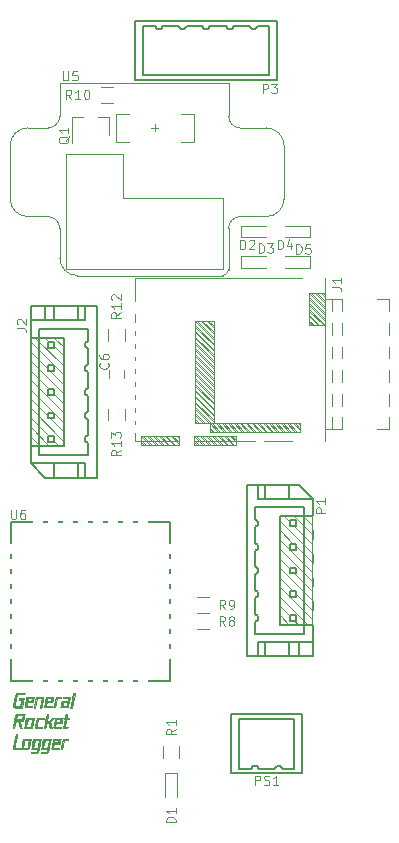
<source format=gto>
G04 #@! TF.FileFunction,Legend,Top*
%FSLAX46Y46*%
G04 Gerber Fmt 4.6, Leading zero omitted, Abs format (unit mm)*
G04 Created by KiCad (PCBNEW 4.0.6) date 08/19/17 00:13:46*
%MOMM*%
%LPD*%
G01*
G04 APERTURE LIST*
%ADD10C,0.100000*%
%ADD11C,0.120000*%
%ADD12C,0.050000*%
%ADD13C,0.150000*%
%ADD14C,0.010000*%
%ADD15C,3.000000*%
%ADD16R,0.750000X0.800000*%
%ADD17R,0.800000X0.800000*%
%ADD18R,1.900000X1.300000*%
%ADD19R,1.200000X0.700000*%
%ADD20R,1.200000X1.000000*%
%ADD21R,0.800000X1.000000*%
%ADD22R,2.800000X1.000000*%
%ADD23R,3.300000X2.300000*%
%ADD24R,2.600000X1.200000*%
%ADD25R,0.800000X0.900000*%
%ADD26R,0.900000X0.500000*%
%ADD27R,0.500000X0.900000*%
%ADD28R,1.524000X1.524000*%
%ADD29C,1.524000*%
%ADD30R,1.600000X1.600000*%
%ADD31O,1.600000X1.600000*%
%ADD32O,1.400000X0.900000*%
%ADD33O,0.900000X1.400000*%
%ADD34O,5.000000X3.200000*%
%ADD35R,0.200000X0.700000*%
%ADD36C,2.000000*%
%ADD37C,1.400000*%
%ADD38R,1.400000X1.400000*%
%ADD39R,1.700000X1.700000*%
%ADD40O,1.700000X1.700000*%
G04 APERTURE END LIST*
D10*
D11*
X110964500Y-130003000D02*
X110964500Y-130703000D01*
X109764500Y-130703000D02*
X109764500Y-130003000D01*
X115500000Y-164105000D02*
X114500000Y-164105000D01*
X114500000Y-164105000D02*
X114500000Y-166205000D01*
X115500000Y-164105000D02*
X115500000Y-166205000D01*
X120939000Y-117788000D02*
X120939000Y-118788000D01*
X120939000Y-118788000D02*
X123039000Y-118788000D01*
X120939000Y-117788000D02*
X123039000Y-117788000D01*
X120939000Y-120391500D02*
X120939000Y-121391500D01*
X120939000Y-121391500D02*
X123039000Y-121391500D01*
X120939000Y-120391500D02*
X123039000Y-120391500D01*
X126714000Y-118788000D02*
X126714000Y-117788000D01*
X126714000Y-117788000D02*
X124614000Y-117788000D01*
X126714000Y-118788000D02*
X124614000Y-118788000D01*
X126714000Y-121391500D02*
X126714000Y-120391500D01*
X126714000Y-120391500D02*
X124614000Y-120391500D01*
X126714000Y-121391500D02*
X124614000Y-121391500D01*
D12*
X129443000Y-130041000D02*
X129443000Y-131041000D01*
X129443000Y-128041000D02*
X129443000Y-129041000D01*
X129443000Y-133041000D02*
X129443000Y-132041000D01*
X129443000Y-134041000D02*
X129443000Y-135041000D01*
X129443000Y-126041000D02*
X129443000Y-127041000D01*
X128043000Y-135041000D02*
X129443000Y-135041000D01*
X129443000Y-124041000D02*
X129443000Y-125041000D01*
X129443000Y-124041000D02*
X128043000Y-124041000D01*
X126693000Y-125841000D02*
X127043000Y-126191000D01*
X126693000Y-125991000D02*
X126893000Y-126191000D01*
X126693000Y-125341000D02*
X127543000Y-126191000D01*
X126693000Y-125491000D02*
X127393000Y-126191000D01*
X126693000Y-123841000D02*
X128043000Y-125191000D01*
X126693000Y-123991000D02*
X128043000Y-125341000D01*
X127843000Y-123491000D02*
X128043000Y-123691000D01*
X127693000Y-123491000D02*
X128043000Y-123841000D01*
X127343000Y-123491000D02*
X128043000Y-124191000D01*
X127193000Y-123491000D02*
X128043000Y-124341000D01*
X126843000Y-123491000D02*
X128043000Y-124691000D01*
X126693000Y-123491000D02*
X128043000Y-124841000D01*
X116993000Y-134191000D02*
X117343000Y-134541000D01*
X116993000Y-134341000D02*
X117193000Y-134541000D01*
X116993000Y-133691000D02*
X117843000Y-134541000D01*
X116993000Y-133841000D02*
X117693000Y-134541000D01*
X116993000Y-133191000D02*
X118343000Y-134541000D01*
X116993000Y-133341000D02*
X118193000Y-134541000D01*
X116993000Y-126191000D02*
X118593000Y-127791000D01*
X116993000Y-126341000D02*
X118593000Y-127941000D01*
X118493000Y-125841000D02*
X118593000Y-125941000D01*
X118593000Y-126291000D02*
X118143000Y-125841000D01*
X117993000Y-125841000D02*
X118593000Y-126441000D01*
X118593000Y-126791000D02*
X117643000Y-125841000D01*
X117493000Y-125841000D02*
X118593000Y-126941000D01*
X117143000Y-125841000D02*
X118593000Y-127291000D01*
X116993000Y-125841000D02*
X118593000Y-127441000D01*
X125793000Y-134541000D02*
X125893000Y-134641000D01*
X120443000Y-135591000D02*
X120493000Y-135641000D01*
X115593000Y-135591000D02*
X115643000Y-135641000D01*
X115093000Y-135591000D02*
X115643000Y-136141000D01*
X114593000Y-135591000D02*
X115343000Y-136341000D01*
X114093000Y-135591000D02*
X114843000Y-136341000D01*
X113593000Y-135591000D02*
X114343000Y-136341000D01*
X113093000Y-135591000D02*
X113843000Y-136341000D01*
X112593000Y-135591000D02*
X113343000Y-136341000D01*
X112443000Y-135941000D02*
X112843000Y-136341000D01*
X112693000Y-136341000D02*
X112443000Y-136091000D01*
X115443000Y-135591000D02*
X115643000Y-135791000D01*
X114943000Y-135591000D02*
X115643000Y-136291000D01*
X114443000Y-135591000D02*
X115193000Y-136341000D01*
X113943000Y-135591000D02*
X114693000Y-136341000D01*
X113443000Y-135591000D02*
X114193000Y-136341000D01*
X112943000Y-135591000D02*
X113693000Y-136341000D01*
X112443000Y-135591000D02*
X113193000Y-136341000D01*
X128043000Y-136041000D02*
X128043000Y-122191000D01*
X111893000Y-136041000D02*
X128043000Y-136041000D01*
X111893000Y-122191000D02*
X128043000Y-122191000D01*
X111893000Y-136041000D02*
X111893000Y-122191000D01*
X128043000Y-126191000D02*
X126693000Y-126191000D01*
X126693000Y-123491000D02*
X128043000Y-123491000D01*
X126693000Y-126191000D02*
X126693000Y-123491000D01*
X118593000Y-125841000D02*
X118593000Y-134541000D01*
X116993000Y-125841000D02*
X118593000Y-125841000D01*
X116993000Y-134541000D02*
X116993000Y-125841000D01*
X118593000Y-134541000D02*
X116993000Y-134541000D01*
X125893000Y-135241000D02*
X118293000Y-135241000D01*
X125893000Y-134541000D02*
X125893000Y-135241000D01*
X118293000Y-134541000D02*
X125893000Y-134541000D01*
X118293000Y-135241000D02*
X118293000Y-134541000D01*
X116943000Y-136341000D02*
X116943000Y-135591000D01*
X120493000Y-136341000D02*
X116943000Y-136341000D01*
X120493000Y-135591000D02*
X120493000Y-136341000D01*
X116943000Y-135591000D02*
X120493000Y-135591000D01*
X115643000Y-136341000D02*
X112443000Y-136341000D01*
X115643000Y-135591000D02*
X115643000Y-136341000D01*
X112443000Y-135591000D02*
X115643000Y-135591000D01*
X112443000Y-135591000D02*
X112443000Y-136341000D01*
X119093000Y-135591000D02*
X119843000Y-136341000D01*
X118943000Y-135591000D02*
X119693000Y-136341000D01*
X118593000Y-135591000D02*
X119343000Y-136341000D01*
X118443000Y-135591000D02*
X119193000Y-136341000D01*
X117943000Y-135591000D02*
X118693000Y-136341000D01*
X118093000Y-135591000D02*
X118843000Y-136341000D01*
X117593000Y-135591000D02*
X118343000Y-136341000D01*
X117443000Y-135591000D02*
X118193000Y-136341000D01*
X117093000Y-135591000D02*
X117843000Y-136341000D01*
X116943000Y-135591000D02*
X117693000Y-136341000D01*
X117193000Y-136341000D02*
X116943000Y-136091000D01*
X116943000Y-135941000D02*
X117343000Y-136341000D01*
X119443000Y-135591000D02*
X120193000Y-136341000D01*
X119593000Y-135591000D02*
X120343000Y-136341000D01*
X119943000Y-135591000D02*
X120493000Y-136141000D01*
X120093000Y-135591000D02*
X120493000Y-135991000D01*
X120443000Y-134541000D02*
X121143000Y-135241000D01*
X120293000Y-134541000D02*
X120993000Y-135241000D01*
X119943000Y-134541000D02*
X120643000Y-135241000D01*
X119793000Y-134541000D02*
X120493000Y-135241000D01*
X119293000Y-134541000D02*
X119993000Y-135241000D01*
X119443000Y-134541000D02*
X120143000Y-135241000D01*
X118943000Y-134541000D02*
X119643000Y-135241000D01*
X118793000Y-134541000D02*
X119493000Y-135241000D01*
X118443000Y-134541000D02*
X119143000Y-135241000D01*
X118293000Y-134541000D02*
X118993000Y-135241000D01*
X118493000Y-135241000D02*
X118293000Y-135041000D01*
X118293000Y-134891000D02*
X118643000Y-135241000D01*
X120793000Y-134541000D02*
X121493000Y-135241000D01*
X120943000Y-134541000D02*
X121643000Y-135241000D01*
X121293000Y-134541000D02*
X121993000Y-135241000D01*
X121443000Y-134541000D02*
X122143000Y-135241000D01*
X121943000Y-134541000D02*
X122643000Y-135241000D01*
X121793000Y-134541000D02*
X122493000Y-135241000D01*
X122293000Y-134541000D02*
X122993000Y-135241000D01*
X122443000Y-134541000D02*
X123143000Y-135241000D01*
X122793000Y-134541000D02*
X123493000Y-135241000D01*
X122943000Y-134541000D02*
X123643000Y-135241000D01*
X123293000Y-134541000D02*
X123993000Y-135241000D01*
X123443000Y-134541000D02*
X124143000Y-135241000D01*
X123793000Y-134541000D02*
X124493000Y-135241000D01*
X123943000Y-134541000D02*
X124643000Y-135241000D01*
X124293000Y-134541000D02*
X124993000Y-135241000D01*
X124443000Y-134541000D02*
X125143000Y-135241000D01*
X124793000Y-134541000D02*
X125493000Y-135241000D01*
X124943000Y-134541000D02*
X125643000Y-135241000D01*
X125293000Y-134541000D02*
X125893000Y-135141000D01*
X125443000Y-134541000D02*
X125893000Y-134991000D01*
X116993000Y-126691000D02*
X118593000Y-128291000D01*
X116993000Y-126841000D02*
X118593000Y-128441000D01*
X116993000Y-127191000D02*
X118593000Y-128791000D01*
X116993000Y-127341000D02*
X118593000Y-128941000D01*
X116993000Y-127691000D02*
X118593000Y-129291000D01*
X116993000Y-127841000D02*
X118593000Y-129441000D01*
X116993000Y-128191000D02*
X118593000Y-129791000D01*
X116993000Y-128341000D02*
X118593000Y-129941000D01*
X116993000Y-128691000D02*
X118593000Y-130291000D01*
X116993000Y-128841000D02*
X118593000Y-130441000D01*
X116993000Y-129191000D02*
X118593000Y-130791000D01*
X116993000Y-129341000D02*
X118593000Y-130941000D01*
X116993000Y-129691000D02*
X118593000Y-131291000D01*
X116993000Y-129841000D02*
X118593000Y-131441000D01*
X116993000Y-130191000D02*
X118593000Y-131791000D01*
X116993000Y-130341000D02*
X118593000Y-131941000D01*
X116993000Y-130691000D02*
X118593000Y-132291000D01*
X116993000Y-130841000D02*
X118593000Y-132441000D01*
X116993000Y-131191000D02*
X118593000Y-132791000D01*
X116993000Y-131341000D02*
X118593000Y-132941000D01*
X116993000Y-131691000D02*
X118593000Y-133291000D01*
X116993000Y-131841000D02*
X118593000Y-133441000D01*
X116993000Y-132191000D02*
X118593000Y-133791000D01*
X116993000Y-132341000D02*
X118593000Y-133941000D01*
X116993000Y-132691000D02*
X118593000Y-134291000D01*
X116993000Y-132841000D02*
X118593000Y-134441000D01*
X126693000Y-124491000D02*
X128043000Y-125841000D01*
X126693000Y-124341000D02*
X128043000Y-125691000D01*
X126693000Y-124991000D02*
X127893000Y-126191000D01*
X126693000Y-124841000D02*
X128043000Y-126191000D01*
X133443000Y-128041000D02*
X133443000Y-129041000D01*
X133443000Y-126041000D02*
X133443000Y-127041000D01*
X133443000Y-130041000D02*
X133443000Y-131041000D01*
X133443000Y-133041000D02*
X133443000Y-132041000D01*
X133443000Y-134041000D02*
X133443000Y-135041000D01*
X132443000Y-135041000D02*
X133443000Y-135041000D01*
X133443000Y-124041000D02*
X133443000Y-125041000D01*
X133443000Y-124041000D02*
X132443000Y-124041000D01*
X128643000Y-126041000D02*
X128643000Y-127041000D01*
X128643000Y-128041000D02*
X128643000Y-129041000D01*
X128643000Y-130041000D02*
X128643000Y-131041000D01*
X128643000Y-133041000D02*
X128643000Y-132041000D01*
X128643000Y-134041000D02*
X128643000Y-135041000D01*
X128643000Y-124041000D02*
X128643000Y-125041000D01*
D13*
X104287000Y-124627000D02*
X104287000Y-125827000D01*
D10*
X105487000Y-136477000D02*
X105037000Y-136027000D01*
X103087000Y-134077000D02*
X104637000Y-135627000D01*
X103087000Y-132477000D02*
X104537000Y-133927000D01*
X105887000Y-135277000D02*
X104737000Y-134127000D01*
D13*
X105107000Y-137927000D02*
X105107000Y-139127000D01*
X107107000Y-137927000D02*
X107107000Y-139127000D01*
X105107000Y-124627000D02*
X105107000Y-125827000D01*
X107107000Y-124627000D02*
X107107000Y-125827000D01*
X107987000Y-135527000D02*
X107737000Y-135727000D01*
X107737000Y-135727000D02*
X107737000Y-136027000D01*
X107737000Y-136027000D02*
X107987000Y-136227000D01*
X107987000Y-133527000D02*
X107737000Y-133727000D01*
X107737000Y-133727000D02*
X107737000Y-134027000D01*
X107737000Y-134027000D02*
X107987000Y-134227000D01*
X107987000Y-137227000D02*
X107987000Y-136227000D01*
X107987000Y-135527000D02*
X107987000Y-134227000D01*
X107987000Y-133527000D02*
X107987000Y-132227000D01*
X103787000Y-126527000D02*
X103787000Y-137227000D01*
X103787000Y-137227000D02*
X107987000Y-137227000D01*
X107987000Y-126527000D02*
X103787000Y-126527000D01*
X104537000Y-135627000D02*
X104537000Y-136127000D01*
X104537000Y-136127000D02*
X105037000Y-136127000D01*
X105037000Y-136127000D02*
X105037000Y-135627000D01*
X105037000Y-135627000D02*
X104537000Y-135627000D01*
X104537000Y-133627000D02*
X104537000Y-134127000D01*
X104537000Y-134127000D02*
X105037000Y-134127000D01*
X105037000Y-134127000D02*
X105037000Y-133627000D01*
X105037000Y-133627000D02*
X104537000Y-133627000D01*
X103087000Y-137927000D02*
X107687000Y-137927000D01*
X107687000Y-137927000D02*
X107687000Y-139127000D01*
X108687000Y-139127000D02*
X104287000Y-139127000D01*
X103087000Y-124627000D02*
X103087000Y-137927000D01*
X103087000Y-137927000D02*
X104287000Y-139127000D01*
X103087000Y-125827000D02*
X107687000Y-125827000D01*
X107687000Y-125827000D02*
X107687000Y-124627000D01*
X108687000Y-124627000D02*
X103087000Y-124627000D01*
X108687000Y-124627000D02*
X108687000Y-139127000D01*
D10*
X103887000Y-136477000D02*
X103087000Y-135677000D01*
X104687000Y-136477000D02*
X103087000Y-134877000D01*
X105887000Y-136077000D02*
X103087000Y-133277000D01*
X105887000Y-132877000D02*
X105037000Y-132027000D01*
X105887000Y-133677000D02*
X103087000Y-130877000D01*
D13*
X103087000Y-133277000D02*
X103087000Y-136477000D01*
X103087000Y-136477000D02*
X105887000Y-136477000D01*
X105887000Y-136477000D02*
X105887000Y-127277000D01*
X105887000Y-127277000D02*
X103087000Y-127277000D01*
X107987000Y-131527000D02*
X107737000Y-131727000D01*
X107737000Y-131727000D02*
X107737000Y-132027000D01*
X107737000Y-132027000D02*
X107987000Y-132227000D01*
X107987000Y-131527000D02*
X107987000Y-130227000D01*
X104537000Y-131627000D02*
X104537000Y-132127000D01*
X105037000Y-131627000D02*
X104537000Y-131627000D01*
X105037000Y-132127000D02*
X105037000Y-131627000D01*
X104537000Y-132127000D02*
X105037000Y-132127000D01*
D10*
X105887000Y-134477000D02*
X103087000Y-131677000D01*
X104637000Y-131627000D02*
X103087000Y-130077000D01*
X104537000Y-129927000D02*
X103087000Y-128477000D01*
D13*
X107987000Y-129527000D02*
X107737000Y-129727000D01*
X107737000Y-130027000D02*
X107987000Y-130227000D01*
X107737000Y-129727000D02*
X107737000Y-130027000D01*
X107987000Y-129527000D02*
X107987000Y-128227000D01*
D10*
X105887000Y-132077000D02*
X103087000Y-129277000D01*
X105887000Y-130477000D02*
X103087000Y-127677000D01*
X104637000Y-127627000D02*
X104287000Y-127277000D01*
D13*
X104537000Y-129627000D02*
X104537000Y-130127000D01*
X105037000Y-130127000D02*
X105037000Y-129627000D01*
X104537000Y-130127000D02*
X105037000Y-130127000D01*
X105037000Y-129627000D02*
X104537000Y-129627000D01*
X107987000Y-127527000D02*
X107987000Y-126527000D01*
X107737000Y-127727000D02*
X107737000Y-128027000D01*
X107987000Y-127527000D02*
X107737000Y-127727000D01*
X107737000Y-128027000D02*
X107987000Y-128227000D01*
D10*
X105887000Y-131277000D02*
X104737000Y-130127000D01*
D13*
X104537000Y-127627000D02*
X104537000Y-128127000D01*
X104537000Y-128127000D02*
X105037000Y-128127000D01*
X105037000Y-128127000D02*
X105037000Y-127627000D01*
X105037000Y-127627000D02*
X104537000Y-127627000D01*
D10*
X105887000Y-129677000D02*
X103487000Y-127277000D01*
X105887000Y-128877000D02*
X105037000Y-128027000D01*
X105887000Y-128077000D02*
X105087000Y-127277000D01*
D13*
X125776500Y-154251000D02*
X125776500Y-153051000D01*
D10*
X124576500Y-142401000D02*
X125026500Y-142851000D01*
X126976500Y-144801000D02*
X125426500Y-143251000D01*
X126976500Y-146401000D02*
X125526500Y-144951000D01*
X124176500Y-143601000D02*
X125326500Y-144751000D01*
D13*
X124956500Y-140951000D02*
X124956500Y-139751000D01*
X122956500Y-140951000D02*
X122956500Y-139751000D01*
X124956500Y-154251000D02*
X124956500Y-153051000D01*
X122956500Y-154251000D02*
X122956500Y-153051000D01*
X122076500Y-143351000D02*
X122326500Y-143151000D01*
X122326500Y-143151000D02*
X122326500Y-142851000D01*
X122326500Y-142851000D02*
X122076500Y-142651000D01*
X122076500Y-145351000D02*
X122326500Y-145151000D01*
X122326500Y-145151000D02*
X122326500Y-144851000D01*
X122326500Y-144851000D02*
X122076500Y-144651000D01*
X122076500Y-141651000D02*
X122076500Y-142651000D01*
X122076500Y-143351000D02*
X122076500Y-144651000D01*
X122076500Y-145351000D02*
X122076500Y-146651000D01*
X126276500Y-152351000D02*
X126276500Y-141651000D01*
X126276500Y-141651000D02*
X122076500Y-141651000D01*
X122076500Y-152351000D02*
X126276500Y-152351000D01*
X125526500Y-143251000D02*
X125526500Y-142751000D01*
X125526500Y-142751000D02*
X125026500Y-142751000D01*
X125026500Y-142751000D02*
X125026500Y-143251000D01*
X125026500Y-143251000D02*
X125526500Y-143251000D01*
X125526500Y-145251000D02*
X125526500Y-144751000D01*
X125526500Y-144751000D02*
X125026500Y-144751000D01*
X125026500Y-144751000D02*
X125026500Y-145251000D01*
X125026500Y-145251000D02*
X125526500Y-145251000D01*
X126976500Y-140951000D02*
X122376500Y-140951000D01*
X122376500Y-140951000D02*
X122376500Y-139751000D01*
X121376500Y-139751000D02*
X125776500Y-139751000D01*
X126976500Y-154251000D02*
X126976500Y-140951000D01*
X126976500Y-140951000D02*
X125776500Y-139751000D01*
X126976500Y-153051000D02*
X122376500Y-153051000D01*
X122376500Y-153051000D02*
X122376500Y-154251000D01*
X121376500Y-154251000D02*
X126976500Y-154251000D01*
X121376500Y-154251000D02*
X121376500Y-139751000D01*
D10*
X126176500Y-142401000D02*
X126976500Y-143201000D01*
X125376500Y-142401000D02*
X126976500Y-144001000D01*
X124176500Y-142801000D02*
X126976500Y-145601000D01*
X124176500Y-146001000D02*
X125026500Y-146851000D01*
X124176500Y-145201000D02*
X126976500Y-148001000D01*
D13*
X126976500Y-145601000D02*
X126976500Y-142401000D01*
X126976500Y-142401000D02*
X124176500Y-142401000D01*
X124176500Y-142401000D02*
X124176500Y-151601000D01*
X124176500Y-151601000D02*
X126976500Y-151601000D01*
X122076500Y-147351000D02*
X122326500Y-147151000D01*
X122326500Y-147151000D02*
X122326500Y-146851000D01*
X122326500Y-146851000D02*
X122076500Y-146651000D01*
X122076500Y-147351000D02*
X122076500Y-148651000D01*
X125526500Y-147251000D02*
X125526500Y-146751000D01*
X125026500Y-147251000D02*
X125526500Y-147251000D01*
X125026500Y-146751000D02*
X125026500Y-147251000D01*
X125526500Y-146751000D02*
X125026500Y-146751000D01*
D10*
X124176500Y-144401000D02*
X126976500Y-147201000D01*
X125426500Y-147251000D02*
X126976500Y-148801000D01*
X125526500Y-148951000D02*
X126976500Y-150401000D01*
D13*
X122076500Y-149351000D02*
X122326500Y-149151000D01*
X122326500Y-148851000D02*
X122076500Y-148651000D01*
X122326500Y-149151000D02*
X122326500Y-148851000D01*
X122076500Y-149351000D02*
X122076500Y-150651000D01*
D10*
X124176500Y-146801000D02*
X126976500Y-149601000D01*
X124176500Y-148401000D02*
X126976500Y-151201000D01*
X125426500Y-151251000D02*
X125776500Y-151601000D01*
D13*
X125526500Y-149251000D02*
X125526500Y-148751000D01*
X125026500Y-148751000D02*
X125026500Y-149251000D01*
X125526500Y-148751000D02*
X125026500Y-148751000D01*
X125026500Y-149251000D02*
X125526500Y-149251000D01*
X122076500Y-151351000D02*
X122076500Y-152351000D01*
X122326500Y-151151000D02*
X122326500Y-150851000D01*
X122076500Y-151351000D02*
X122326500Y-151151000D01*
X122326500Y-150851000D02*
X122076500Y-150651000D01*
D10*
X124176500Y-147601000D02*
X125326500Y-148751000D01*
D13*
X125526500Y-151251000D02*
X125526500Y-150751000D01*
X125526500Y-150751000D02*
X125026500Y-150751000D01*
X125026500Y-150751000D02*
X125026500Y-151251000D01*
X125026500Y-151251000D02*
X125526500Y-151251000D01*
D10*
X124176500Y-149201000D02*
X126576500Y-151601000D01*
X124176500Y-150001000D02*
X125026500Y-150851000D01*
X124176500Y-150801000D02*
X124976500Y-151601000D01*
D11*
X109722000Y-108638000D02*
X108792000Y-108638000D01*
X106562000Y-108638000D02*
X107492000Y-108638000D01*
X106562000Y-108638000D02*
X106562000Y-110798000D01*
X109722000Y-108638000D02*
X109722000Y-110098000D01*
X115680000Y-161857000D02*
X115680000Y-162857000D01*
X114320000Y-162857000D02*
X114320000Y-161857000D01*
X118167000Y-151988000D02*
X117167000Y-151988000D01*
X117167000Y-150628000D02*
X118167000Y-150628000D01*
X118167000Y-150591000D02*
X117167000Y-150591000D01*
X117167000Y-149231000D02*
X118167000Y-149231000D01*
X109027000Y-106051000D02*
X110027000Y-106051000D01*
X110027000Y-107411000D02*
X109027000Y-107411000D01*
X111044500Y-126551000D02*
X111044500Y-127551000D01*
X109684500Y-127551000D02*
X109684500Y-126551000D01*
D13*
X113373000Y-153891999D02*
G75*
G03X113373000Y-153891999I-1000000J0D01*
G01*
X114873000Y-142921999D02*
X114873000Y-156391999D01*
X114873000Y-156391999D02*
X101403000Y-156391999D01*
X101403000Y-156391999D02*
X101403000Y-142921999D01*
X101403000Y-142921999D02*
X114873000Y-142921999D01*
D11*
X109684500Y-134282000D02*
X109684500Y-133282000D01*
X111044500Y-133282000D02*
X111044500Y-134282000D01*
D10*
X119353000Y-121475000D02*
X106053000Y-121475000D01*
X119353000Y-115425000D02*
X119353000Y-121475000D01*
X110903000Y-115425000D02*
X119353000Y-115425000D01*
X110903000Y-111725000D02*
X110903000Y-115425000D01*
X106053000Y-111725000D02*
X110903000Y-111725000D01*
X106053000Y-121475000D02*
X106053000Y-111725000D01*
X119353000Y-122025000D02*
X107053000Y-122025000D01*
X119853000Y-121525000D02*
X119853000Y-118025000D01*
X105553000Y-120525000D02*
G75*
G03X107053000Y-122025000I1500000J0D01*
G01*
X105553000Y-120525000D02*
X105553000Y-118025000D01*
X119353000Y-122025000D02*
G75*
G03X119853000Y-121525000I0J500000D01*
G01*
X104553000Y-117025000D02*
X102853000Y-117025000D01*
X123053000Y-117025000D02*
X120853000Y-117025000D01*
X124553000Y-115525000D02*
X124553000Y-111025000D01*
X102853000Y-109525000D02*
X104553000Y-109525000D01*
X120853000Y-109525000D02*
X123053000Y-109525000D01*
X124553000Y-111025000D02*
G75*
G03X123053000Y-109525000I-1500000J0D01*
G01*
X119853000Y-105725000D02*
X119853000Y-108525000D01*
X105553000Y-105725000D02*
X119853000Y-105725000D01*
X105553000Y-108525000D02*
X105553000Y-105725000D01*
X104553000Y-109525000D02*
G75*
G03X105553000Y-108525000I0J1000000D01*
G01*
X113303000Y-109525000D02*
X113903000Y-109525000D01*
X113603000Y-109825000D02*
X113603000Y-109225000D01*
X110303000Y-110715000D02*
X111403000Y-110715000D01*
X110303000Y-108335000D02*
X111403000Y-108335000D01*
X110303000Y-110715000D02*
X110303000Y-108335000D01*
X116903000Y-110715000D02*
X116903000Y-108335000D01*
X116903000Y-110715000D02*
X115803000Y-110715000D01*
X116903000Y-108335000D02*
X115803000Y-108335000D01*
X119853000Y-108525000D02*
G75*
G03X120853000Y-109525000I1000000J0D01*
G01*
X102853000Y-109525000D02*
G75*
G03X101353000Y-111025000I0J-1500000D01*
G01*
X123053000Y-117025000D02*
G75*
G03X124553000Y-115525000I0J1500000D01*
G01*
X101353000Y-115525000D02*
X101353000Y-111025000D01*
X101353000Y-115525000D02*
G75*
G03X102853000Y-117025000I1500000J0D01*
G01*
X105553000Y-118025000D02*
G75*
G03X104553000Y-117025000I-1000000J0D01*
G01*
X120853000Y-117025000D02*
G75*
G03X119853000Y-118025000I0J-1000000D01*
G01*
D13*
X122430500Y-163779000D02*
X122230500Y-163529000D01*
X122230500Y-163529000D02*
X121930500Y-163529000D01*
X121930500Y-163529000D02*
X121730500Y-163779000D01*
X124430500Y-163779000D02*
X124230500Y-163529000D01*
X124230500Y-163529000D02*
X123930500Y-163529000D01*
X123930500Y-163529000D02*
X123730500Y-163779000D01*
X120730500Y-163779000D02*
X121730500Y-163779000D01*
X122430500Y-163779000D02*
X123730500Y-163779000D01*
X124430500Y-163779000D02*
X125430500Y-163779000D01*
X125430500Y-159579000D02*
X120730500Y-159579000D01*
X120730500Y-159579000D02*
X120730500Y-163779000D01*
X125430500Y-163779000D02*
X125430500Y-159579000D01*
X120080500Y-159179000D02*
X120080500Y-164179000D01*
X126080500Y-159179000D02*
X120080500Y-159179000D01*
X126080500Y-159179000D02*
X126080500Y-164179000D01*
X126080500Y-164179000D02*
X120080500Y-164179000D01*
X121603000Y-100864000D02*
X121803000Y-101114000D01*
X121803000Y-101114000D02*
X122103000Y-101114000D01*
X122103000Y-101114000D02*
X122303000Y-100864000D01*
X119603000Y-100864000D02*
X119803000Y-101114000D01*
X119803000Y-101114000D02*
X120103000Y-101114000D01*
X120103000Y-101114000D02*
X120303000Y-100864000D01*
X123303000Y-100864000D02*
X122303000Y-100864000D01*
X121603000Y-100864000D02*
X120303000Y-100864000D01*
X113603000Y-100864000D02*
X112603000Y-100864000D01*
X112603000Y-105064000D02*
X123303000Y-105064000D01*
X123303000Y-105064000D02*
X123303000Y-100864000D01*
X112603000Y-100864000D02*
X112603000Y-105064000D01*
X123953000Y-105464000D02*
X123953000Y-100464000D01*
X111953000Y-105464000D02*
X123953000Y-105464000D01*
X111953000Y-105464000D02*
X111953000Y-100464000D01*
X111953000Y-100464000D02*
X123953000Y-100464000D01*
X117603000Y-100864000D02*
X117803000Y-101114000D01*
X117803000Y-101114000D02*
X118103000Y-101114000D01*
X119603000Y-100864000D02*
X118303000Y-100864000D01*
X118103000Y-101114000D02*
X118303000Y-100864000D01*
X117603000Y-100864000D02*
X116303000Y-100864000D01*
X116103000Y-101114000D02*
X116303000Y-100864000D01*
X115803000Y-101114000D02*
X116103000Y-101114000D01*
X115603000Y-100864000D02*
X115803000Y-101114000D01*
X113803000Y-101114000D02*
X114103000Y-101114000D01*
X113603000Y-100864000D02*
X113803000Y-101114000D01*
X114103000Y-101114000D02*
X114303000Y-100864000D01*
X115603000Y-100864000D02*
X114303000Y-100864000D01*
D14*
G36*
X103816310Y-161228137D02*
X103862245Y-161228477D01*
X103900513Y-161228982D01*
X103929903Y-161229638D01*
X103949202Y-161230432D01*
X103957199Y-161231353D01*
X103957350Y-161231505D01*
X103956131Y-161238324D01*
X103952593Y-161256702D01*
X103946914Y-161285744D01*
X103939270Y-161324557D01*
X103929839Y-161372247D01*
X103918797Y-161427920D01*
X103906323Y-161490682D01*
X103892594Y-161559640D01*
X103877786Y-161633899D01*
X103862077Y-161712567D01*
X103846422Y-161790861D01*
X103824566Y-161899724D01*
X103804984Y-161996442D01*
X103787605Y-162081347D01*
X103772358Y-162154774D01*
X103759171Y-162217059D01*
X103747971Y-162268535D01*
X103738687Y-162309538D01*
X103731247Y-162340402D01*
X103725579Y-162361462D01*
X103721612Y-162373051D01*
X103721260Y-162373794D01*
X103700403Y-162404938D01*
X103671139Y-162434568D01*
X103637551Y-162458850D01*
X103621915Y-162467103D01*
X103614024Y-162470548D01*
X103605827Y-162473376D01*
X103596020Y-162475660D01*
X103583299Y-162477471D01*
X103566359Y-162478881D01*
X103543896Y-162479962D01*
X103514606Y-162480786D01*
X103477185Y-162481425D01*
X103430329Y-162481951D01*
X103372733Y-162482436D01*
X103339297Y-162482687D01*
X103275978Y-162483130D01*
X103224218Y-162483404D01*
X103182876Y-162483468D01*
X103150810Y-162483277D01*
X103126881Y-162482788D01*
X103109947Y-162481957D01*
X103098867Y-162480740D01*
X103092502Y-162479096D01*
X103089709Y-162476978D01*
X103089348Y-162474345D01*
X103089622Y-162473162D01*
X103092528Y-162460951D01*
X103096684Y-162441124D01*
X103100100Y-162423675D01*
X103104494Y-162401380D01*
X103108408Y-162383010D01*
X103110466Y-162374537D01*
X103112037Y-162371705D01*
X103115776Y-162369382D01*
X103122873Y-162367508D01*
X103134519Y-162366021D01*
X103151905Y-162364858D01*
X103176223Y-162363959D01*
X103208663Y-162363262D01*
X103250416Y-162362705D01*
X103302673Y-162362226D01*
X103355805Y-162361837D01*
X103598003Y-162360175D01*
X103618624Y-162258575D01*
X103625594Y-162223855D01*
X103631595Y-162193239D01*
X103636191Y-162169008D01*
X103638948Y-162153443D01*
X103639547Y-162149037D01*
X103637039Y-162146933D01*
X103628696Y-162145209D01*
X103613548Y-162143835D01*
X103590629Y-162142778D01*
X103558971Y-162142008D01*
X103517606Y-162141492D01*
X103465567Y-162141200D01*
X103401886Y-162141100D01*
X103395375Y-162141100D01*
X103330567Y-162141015D01*
X103277492Y-162140742D01*
X103235180Y-162140249D01*
X103202664Y-162139503D01*
X103178977Y-162138475D01*
X103163150Y-162137131D01*
X103154217Y-162135441D01*
X103151210Y-162133373D01*
X103151197Y-162133162D01*
X103152471Y-162125774D01*
X103156062Y-162106943D01*
X103161769Y-162077676D01*
X103169393Y-162038979D01*
X103173380Y-162018862D01*
X103304772Y-162018862D01*
X103306485Y-162021259D01*
X103314259Y-162023153D01*
X103329197Y-162024594D01*
X103352404Y-162025630D01*
X103384983Y-162026310D01*
X103428036Y-162026684D01*
X103482667Y-162026799D01*
X103483595Y-162026800D01*
X103530150Y-162026741D01*
X103572293Y-162026574D01*
X103608436Y-162026315D01*
X103636987Y-162025980D01*
X103656358Y-162025583D01*
X103664960Y-162025140D01*
X103665250Y-162025041D01*
X103666459Y-162018664D01*
X103669937Y-162000983D01*
X103675453Y-161973145D01*
X103682779Y-161936298D01*
X103691687Y-161891590D01*
X103701948Y-161840168D01*
X103713333Y-161783181D01*
X103725614Y-161721776D01*
X103731925Y-161690250D01*
X103744576Y-161626970D01*
X103756442Y-161567443D01*
X103767293Y-161512831D01*
X103776901Y-161464298D01*
X103785036Y-161423004D01*
X103791469Y-161390113D01*
X103795970Y-161366785D01*
X103798311Y-161354184D01*
X103798600Y-161352283D01*
X103792516Y-161351012D01*
X103775332Y-161349861D01*
X103748647Y-161348877D01*
X103714059Y-161348101D01*
X103673167Y-161347579D01*
X103627572Y-161347355D01*
X103619135Y-161347350D01*
X103439670Y-161347350D01*
X103373637Y-161679137D01*
X103361017Y-161742429D01*
X103349084Y-161802058D01*
X103338076Y-161856845D01*
X103328232Y-161905611D01*
X103319791Y-161947175D01*
X103312993Y-161980359D01*
X103308076Y-162003984D01*
X103305279Y-162016870D01*
X103304772Y-162018862D01*
X103173380Y-162018862D01*
X103178733Y-161991856D01*
X103189591Y-161937315D01*
X103201766Y-161876362D01*
X103215058Y-161810001D01*
X103229268Y-161739239D01*
X103241684Y-161677550D01*
X103331875Y-161229875D01*
X103644612Y-161228227D01*
X103706282Y-161227999D01*
X103763918Y-161227973D01*
X103816310Y-161228137D01*
X103816310Y-161228137D01*
G37*
X103816310Y-161228137D02*
X103862245Y-161228477D01*
X103900513Y-161228982D01*
X103929903Y-161229638D01*
X103949202Y-161230432D01*
X103957199Y-161231353D01*
X103957350Y-161231505D01*
X103956131Y-161238324D01*
X103952593Y-161256702D01*
X103946914Y-161285744D01*
X103939270Y-161324557D01*
X103929839Y-161372247D01*
X103918797Y-161427920D01*
X103906323Y-161490682D01*
X103892594Y-161559640D01*
X103877786Y-161633899D01*
X103862077Y-161712567D01*
X103846422Y-161790861D01*
X103824566Y-161899724D01*
X103804984Y-161996442D01*
X103787605Y-162081347D01*
X103772358Y-162154774D01*
X103759171Y-162217059D01*
X103747971Y-162268535D01*
X103738687Y-162309538D01*
X103731247Y-162340402D01*
X103725579Y-162361462D01*
X103721612Y-162373051D01*
X103721260Y-162373794D01*
X103700403Y-162404938D01*
X103671139Y-162434568D01*
X103637551Y-162458850D01*
X103621915Y-162467103D01*
X103614024Y-162470548D01*
X103605827Y-162473376D01*
X103596020Y-162475660D01*
X103583299Y-162477471D01*
X103566359Y-162478881D01*
X103543896Y-162479962D01*
X103514606Y-162480786D01*
X103477185Y-162481425D01*
X103430329Y-162481951D01*
X103372733Y-162482436D01*
X103339297Y-162482687D01*
X103275978Y-162483130D01*
X103224218Y-162483404D01*
X103182876Y-162483468D01*
X103150810Y-162483277D01*
X103126881Y-162482788D01*
X103109947Y-162481957D01*
X103098867Y-162480740D01*
X103092502Y-162479096D01*
X103089709Y-162476978D01*
X103089348Y-162474345D01*
X103089622Y-162473162D01*
X103092528Y-162460951D01*
X103096684Y-162441124D01*
X103100100Y-162423675D01*
X103104494Y-162401380D01*
X103108408Y-162383010D01*
X103110466Y-162374537D01*
X103112037Y-162371705D01*
X103115776Y-162369382D01*
X103122873Y-162367508D01*
X103134519Y-162366021D01*
X103151905Y-162364858D01*
X103176223Y-162363959D01*
X103208663Y-162363262D01*
X103250416Y-162362705D01*
X103302673Y-162362226D01*
X103355805Y-162361837D01*
X103598003Y-162360175D01*
X103618624Y-162258575D01*
X103625594Y-162223855D01*
X103631595Y-162193239D01*
X103636191Y-162169008D01*
X103638948Y-162153443D01*
X103639547Y-162149037D01*
X103637039Y-162146933D01*
X103628696Y-162145209D01*
X103613548Y-162143835D01*
X103590629Y-162142778D01*
X103558971Y-162142008D01*
X103517606Y-162141492D01*
X103465567Y-162141200D01*
X103401886Y-162141100D01*
X103395375Y-162141100D01*
X103330567Y-162141015D01*
X103277492Y-162140742D01*
X103235180Y-162140249D01*
X103202664Y-162139503D01*
X103178977Y-162138475D01*
X103163150Y-162137131D01*
X103154217Y-162135441D01*
X103151210Y-162133373D01*
X103151197Y-162133162D01*
X103152471Y-162125774D01*
X103156062Y-162106943D01*
X103161769Y-162077676D01*
X103169393Y-162038979D01*
X103173380Y-162018862D01*
X103304772Y-162018862D01*
X103306485Y-162021259D01*
X103314259Y-162023153D01*
X103329197Y-162024594D01*
X103352404Y-162025630D01*
X103384983Y-162026310D01*
X103428036Y-162026684D01*
X103482667Y-162026799D01*
X103483595Y-162026800D01*
X103530150Y-162026741D01*
X103572293Y-162026574D01*
X103608436Y-162026315D01*
X103636987Y-162025980D01*
X103656358Y-162025583D01*
X103664960Y-162025140D01*
X103665250Y-162025041D01*
X103666459Y-162018664D01*
X103669937Y-162000983D01*
X103675453Y-161973145D01*
X103682779Y-161936298D01*
X103691687Y-161891590D01*
X103701948Y-161840168D01*
X103713333Y-161783181D01*
X103725614Y-161721776D01*
X103731925Y-161690250D01*
X103744576Y-161626970D01*
X103756442Y-161567443D01*
X103767293Y-161512831D01*
X103776901Y-161464298D01*
X103785036Y-161423004D01*
X103791469Y-161390113D01*
X103795970Y-161366785D01*
X103798311Y-161354184D01*
X103798600Y-161352283D01*
X103792516Y-161351012D01*
X103775332Y-161349861D01*
X103748647Y-161348877D01*
X103714059Y-161348101D01*
X103673167Y-161347579D01*
X103627572Y-161347355D01*
X103619135Y-161347350D01*
X103439670Y-161347350D01*
X103373637Y-161679137D01*
X103361017Y-161742429D01*
X103349084Y-161802058D01*
X103338076Y-161856845D01*
X103328232Y-161905611D01*
X103319791Y-161947175D01*
X103312993Y-161980359D01*
X103308076Y-162003984D01*
X103305279Y-162016870D01*
X103304772Y-162018862D01*
X103173380Y-162018862D01*
X103178733Y-161991856D01*
X103189591Y-161937315D01*
X103201766Y-161876362D01*
X103215058Y-161810001D01*
X103229268Y-161739239D01*
X103241684Y-161677550D01*
X103331875Y-161229875D01*
X103644612Y-161228227D01*
X103706282Y-161227999D01*
X103763918Y-161227973D01*
X103816310Y-161228137D01*
G36*
X104654510Y-161228137D02*
X104700445Y-161228477D01*
X104738713Y-161228982D01*
X104768103Y-161229638D01*
X104787402Y-161230432D01*
X104795399Y-161231353D01*
X104795550Y-161231505D01*
X104794331Y-161238324D01*
X104790793Y-161256702D01*
X104785114Y-161285744D01*
X104777470Y-161324557D01*
X104768039Y-161372247D01*
X104756997Y-161427920D01*
X104744523Y-161490682D01*
X104730794Y-161559640D01*
X104715986Y-161633899D01*
X104700277Y-161712567D01*
X104684622Y-161790861D01*
X104662766Y-161899724D01*
X104643184Y-161996442D01*
X104625805Y-162081347D01*
X104610558Y-162154774D01*
X104597371Y-162217059D01*
X104586171Y-162268535D01*
X104576887Y-162309538D01*
X104569447Y-162340402D01*
X104563779Y-162361462D01*
X104559812Y-162373051D01*
X104559460Y-162373794D01*
X104538603Y-162404938D01*
X104509339Y-162434568D01*
X104475751Y-162458850D01*
X104460115Y-162467103D01*
X104452224Y-162470548D01*
X104444027Y-162473376D01*
X104434220Y-162475660D01*
X104421499Y-162477471D01*
X104404559Y-162478881D01*
X104382096Y-162479962D01*
X104352806Y-162480786D01*
X104315385Y-162481425D01*
X104268529Y-162481951D01*
X104210933Y-162482436D01*
X104177497Y-162482687D01*
X104114178Y-162483130D01*
X104062418Y-162483404D01*
X104021076Y-162483468D01*
X103989010Y-162483277D01*
X103965081Y-162482788D01*
X103948147Y-162481957D01*
X103937067Y-162480740D01*
X103930702Y-162479096D01*
X103927909Y-162476978D01*
X103927548Y-162474345D01*
X103927822Y-162473162D01*
X103930728Y-162460951D01*
X103934884Y-162441124D01*
X103938300Y-162423675D01*
X103942694Y-162401380D01*
X103946608Y-162383010D01*
X103948666Y-162374537D01*
X103950237Y-162371705D01*
X103953976Y-162369382D01*
X103961073Y-162367508D01*
X103972719Y-162366021D01*
X103990105Y-162364858D01*
X104014423Y-162363959D01*
X104046863Y-162363262D01*
X104088616Y-162362705D01*
X104140873Y-162362226D01*
X104194005Y-162361837D01*
X104436203Y-162360175D01*
X104456824Y-162258575D01*
X104463794Y-162223855D01*
X104469795Y-162193239D01*
X104474391Y-162169008D01*
X104477148Y-162153443D01*
X104477747Y-162149037D01*
X104475239Y-162146933D01*
X104466896Y-162145209D01*
X104451748Y-162143835D01*
X104428829Y-162142778D01*
X104397171Y-162142008D01*
X104355806Y-162141492D01*
X104303767Y-162141200D01*
X104240086Y-162141100D01*
X104233575Y-162141100D01*
X104168767Y-162141015D01*
X104115692Y-162140742D01*
X104073380Y-162140249D01*
X104040864Y-162139503D01*
X104017177Y-162138475D01*
X104001350Y-162137131D01*
X103992417Y-162135441D01*
X103989410Y-162133373D01*
X103989397Y-162133162D01*
X103990671Y-162125774D01*
X103994262Y-162106943D01*
X103999969Y-162077676D01*
X104007593Y-162038979D01*
X104011580Y-162018862D01*
X104142972Y-162018862D01*
X104144685Y-162021259D01*
X104152459Y-162023153D01*
X104167397Y-162024594D01*
X104190604Y-162025630D01*
X104223183Y-162026310D01*
X104266236Y-162026684D01*
X104320867Y-162026799D01*
X104321795Y-162026800D01*
X104368350Y-162026741D01*
X104410493Y-162026574D01*
X104446636Y-162026315D01*
X104475187Y-162025980D01*
X104494558Y-162025583D01*
X104503160Y-162025140D01*
X104503450Y-162025041D01*
X104504659Y-162018664D01*
X104508137Y-162000983D01*
X104513653Y-161973145D01*
X104520979Y-161936298D01*
X104529887Y-161891590D01*
X104540148Y-161840168D01*
X104551533Y-161783181D01*
X104563814Y-161721776D01*
X104570125Y-161690250D01*
X104582776Y-161626970D01*
X104594642Y-161567443D01*
X104605493Y-161512831D01*
X104615101Y-161464298D01*
X104623236Y-161423004D01*
X104629669Y-161390113D01*
X104634170Y-161366785D01*
X104636511Y-161354184D01*
X104636800Y-161352283D01*
X104630716Y-161351012D01*
X104613532Y-161349861D01*
X104586847Y-161348877D01*
X104552259Y-161348101D01*
X104511367Y-161347579D01*
X104465772Y-161347355D01*
X104457335Y-161347350D01*
X104277870Y-161347350D01*
X104211837Y-161679137D01*
X104199217Y-161742429D01*
X104187284Y-161802058D01*
X104176276Y-161856845D01*
X104166432Y-161905611D01*
X104157991Y-161947175D01*
X104151193Y-161980359D01*
X104146276Y-162003984D01*
X104143479Y-162016870D01*
X104142972Y-162018862D01*
X104011580Y-162018862D01*
X104016933Y-161991856D01*
X104027791Y-161937315D01*
X104039966Y-161876362D01*
X104053258Y-161810001D01*
X104067468Y-161739239D01*
X104079884Y-161677550D01*
X104170075Y-161229875D01*
X104482812Y-161228227D01*
X104544482Y-161227999D01*
X104602118Y-161227973D01*
X104654510Y-161228137D01*
X104654510Y-161228137D01*
G37*
X104654510Y-161228137D02*
X104700445Y-161228477D01*
X104738713Y-161228982D01*
X104768103Y-161229638D01*
X104787402Y-161230432D01*
X104795399Y-161231353D01*
X104795550Y-161231505D01*
X104794331Y-161238324D01*
X104790793Y-161256702D01*
X104785114Y-161285744D01*
X104777470Y-161324557D01*
X104768039Y-161372247D01*
X104756997Y-161427920D01*
X104744523Y-161490682D01*
X104730794Y-161559640D01*
X104715986Y-161633899D01*
X104700277Y-161712567D01*
X104684622Y-161790861D01*
X104662766Y-161899724D01*
X104643184Y-161996442D01*
X104625805Y-162081347D01*
X104610558Y-162154774D01*
X104597371Y-162217059D01*
X104586171Y-162268535D01*
X104576887Y-162309538D01*
X104569447Y-162340402D01*
X104563779Y-162361462D01*
X104559812Y-162373051D01*
X104559460Y-162373794D01*
X104538603Y-162404938D01*
X104509339Y-162434568D01*
X104475751Y-162458850D01*
X104460115Y-162467103D01*
X104452224Y-162470548D01*
X104444027Y-162473376D01*
X104434220Y-162475660D01*
X104421499Y-162477471D01*
X104404559Y-162478881D01*
X104382096Y-162479962D01*
X104352806Y-162480786D01*
X104315385Y-162481425D01*
X104268529Y-162481951D01*
X104210933Y-162482436D01*
X104177497Y-162482687D01*
X104114178Y-162483130D01*
X104062418Y-162483404D01*
X104021076Y-162483468D01*
X103989010Y-162483277D01*
X103965081Y-162482788D01*
X103948147Y-162481957D01*
X103937067Y-162480740D01*
X103930702Y-162479096D01*
X103927909Y-162476978D01*
X103927548Y-162474345D01*
X103927822Y-162473162D01*
X103930728Y-162460951D01*
X103934884Y-162441124D01*
X103938300Y-162423675D01*
X103942694Y-162401380D01*
X103946608Y-162383010D01*
X103948666Y-162374537D01*
X103950237Y-162371705D01*
X103953976Y-162369382D01*
X103961073Y-162367508D01*
X103972719Y-162366021D01*
X103990105Y-162364858D01*
X104014423Y-162363959D01*
X104046863Y-162363262D01*
X104088616Y-162362705D01*
X104140873Y-162362226D01*
X104194005Y-162361837D01*
X104436203Y-162360175D01*
X104456824Y-162258575D01*
X104463794Y-162223855D01*
X104469795Y-162193239D01*
X104474391Y-162169008D01*
X104477148Y-162153443D01*
X104477747Y-162149037D01*
X104475239Y-162146933D01*
X104466896Y-162145209D01*
X104451748Y-162143835D01*
X104428829Y-162142778D01*
X104397171Y-162142008D01*
X104355806Y-162141492D01*
X104303767Y-162141200D01*
X104240086Y-162141100D01*
X104233575Y-162141100D01*
X104168767Y-162141015D01*
X104115692Y-162140742D01*
X104073380Y-162140249D01*
X104040864Y-162139503D01*
X104017177Y-162138475D01*
X104001350Y-162137131D01*
X103992417Y-162135441D01*
X103989410Y-162133373D01*
X103989397Y-162133162D01*
X103990671Y-162125774D01*
X103994262Y-162106943D01*
X103999969Y-162077676D01*
X104007593Y-162038979D01*
X104011580Y-162018862D01*
X104142972Y-162018862D01*
X104144685Y-162021259D01*
X104152459Y-162023153D01*
X104167397Y-162024594D01*
X104190604Y-162025630D01*
X104223183Y-162026310D01*
X104266236Y-162026684D01*
X104320867Y-162026799D01*
X104321795Y-162026800D01*
X104368350Y-162026741D01*
X104410493Y-162026574D01*
X104446636Y-162026315D01*
X104475187Y-162025980D01*
X104494558Y-162025583D01*
X104503160Y-162025140D01*
X104503450Y-162025041D01*
X104504659Y-162018664D01*
X104508137Y-162000983D01*
X104513653Y-161973145D01*
X104520979Y-161936298D01*
X104529887Y-161891590D01*
X104540148Y-161840168D01*
X104551533Y-161783181D01*
X104563814Y-161721776D01*
X104570125Y-161690250D01*
X104582776Y-161626970D01*
X104594642Y-161567443D01*
X104605493Y-161512831D01*
X104615101Y-161464298D01*
X104623236Y-161423004D01*
X104629669Y-161390113D01*
X104634170Y-161366785D01*
X104636511Y-161354184D01*
X104636800Y-161352283D01*
X104630716Y-161351012D01*
X104613532Y-161349861D01*
X104586847Y-161348877D01*
X104552259Y-161348101D01*
X104511367Y-161347579D01*
X104465772Y-161347355D01*
X104457335Y-161347350D01*
X104277870Y-161347350D01*
X104211837Y-161679137D01*
X104199217Y-161742429D01*
X104187284Y-161802058D01*
X104176276Y-161856845D01*
X104166432Y-161905611D01*
X104157991Y-161947175D01*
X104151193Y-161980359D01*
X104146276Y-162003984D01*
X104143479Y-162016870D01*
X104142972Y-162018862D01*
X104011580Y-162018862D01*
X104016933Y-161991856D01*
X104027791Y-161937315D01*
X104039966Y-161876362D01*
X104053258Y-161810001D01*
X104067468Y-161739239D01*
X104079884Y-161677550D01*
X104170075Y-161229875D01*
X104482812Y-161228227D01*
X104544482Y-161227999D01*
X104602118Y-161227973D01*
X104654510Y-161228137D01*
G36*
X101932475Y-160878454D02*
X101943928Y-160879893D01*
X101949282Y-160882828D01*
X101950733Y-160887567D01*
X101950750Y-160888450D01*
X101949528Y-160896247D01*
X101945981Y-160915588D01*
X101940288Y-160945566D01*
X101932625Y-160985275D01*
X101923171Y-161033808D01*
X101912103Y-161090258D01*
X101899599Y-161153719D01*
X101885837Y-161223283D01*
X101870994Y-161298043D01*
X101855249Y-161377094D01*
X101839625Y-161455300D01*
X101823207Y-161537410D01*
X101807521Y-161615965D01*
X101792744Y-161690070D01*
X101779054Y-161758833D01*
X101766626Y-161821362D01*
X101755638Y-161876763D01*
X101746268Y-161924144D01*
X101738692Y-161962611D01*
X101733088Y-161991271D01*
X101729632Y-162009233D01*
X101728500Y-162015584D01*
X101734618Y-162016678D01*
X101752050Y-162017686D01*
X101779407Y-162018580D01*
X101815304Y-162019331D01*
X101858352Y-162019912D01*
X101907165Y-162020293D01*
X101960355Y-162020448D01*
X101967052Y-162020450D01*
X102028418Y-162020479D01*
X102078255Y-162020604D01*
X102117734Y-162020881D01*
X102148025Y-162021363D01*
X102170300Y-162022108D01*
X102185728Y-162023169D01*
X102195482Y-162024602D01*
X102200732Y-162026463D01*
X102202649Y-162028807D01*
X102202440Y-162031562D01*
X102199584Y-162043610D01*
X102195464Y-162063314D01*
X102192049Y-162080775D01*
X102187651Y-162103086D01*
X102183726Y-162121489D01*
X102181659Y-162129987D01*
X102180281Y-162132537D01*
X102177022Y-162134666D01*
X102170825Y-162136411D01*
X102160632Y-162137810D01*
X102145388Y-162138902D01*
X102124034Y-162139723D01*
X102095514Y-162140312D01*
X102058771Y-162140706D01*
X102012747Y-162140943D01*
X101956386Y-162141061D01*
X101888630Y-162141098D01*
X101870947Y-162141100D01*
X101797648Y-162141035D01*
X101736176Y-162140826D01*
X101685659Y-162140450D01*
X101645223Y-162139884D01*
X101613997Y-162139107D01*
X101591107Y-162138095D01*
X101575681Y-162136826D01*
X101566846Y-162135278D01*
X101563731Y-162133427D01*
X101563701Y-162133162D01*
X101564970Y-162125949D01*
X101568579Y-162107135D01*
X101574359Y-162077566D01*
X101582142Y-162038091D01*
X101591760Y-161989557D01*
X101603042Y-161932812D01*
X101615821Y-161868704D01*
X101629928Y-161798080D01*
X101645194Y-161721788D01*
X101661451Y-161640677D01*
X101678529Y-161555593D01*
X101689113Y-161502925D01*
X101814225Y-160880625D01*
X101882487Y-160878822D01*
X101912727Y-160878200D01*
X101932475Y-160878454D01*
X101932475Y-160878454D01*
G37*
X101932475Y-160878454D02*
X101943928Y-160879893D01*
X101949282Y-160882828D01*
X101950733Y-160887567D01*
X101950750Y-160888450D01*
X101949528Y-160896247D01*
X101945981Y-160915588D01*
X101940288Y-160945566D01*
X101932625Y-160985275D01*
X101923171Y-161033808D01*
X101912103Y-161090258D01*
X101899599Y-161153719D01*
X101885837Y-161223283D01*
X101870994Y-161298043D01*
X101855249Y-161377094D01*
X101839625Y-161455300D01*
X101823207Y-161537410D01*
X101807521Y-161615965D01*
X101792744Y-161690070D01*
X101779054Y-161758833D01*
X101766626Y-161821362D01*
X101755638Y-161876763D01*
X101746268Y-161924144D01*
X101738692Y-161962611D01*
X101733088Y-161991271D01*
X101729632Y-162009233D01*
X101728500Y-162015584D01*
X101734618Y-162016678D01*
X101752050Y-162017686D01*
X101779407Y-162018580D01*
X101815304Y-162019331D01*
X101858352Y-162019912D01*
X101907165Y-162020293D01*
X101960355Y-162020448D01*
X101967052Y-162020450D01*
X102028418Y-162020479D01*
X102078255Y-162020604D01*
X102117734Y-162020881D01*
X102148025Y-162021363D01*
X102170300Y-162022108D01*
X102185728Y-162023169D01*
X102195482Y-162024602D01*
X102200732Y-162026463D01*
X102202649Y-162028807D01*
X102202440Y-162031562D01*
X102199584Y-162043610D01*
X102195464Y-162063314D01*
X102192049Y-162080775D01*
X102187651Y-162103086D01*
X102183726Y-162121489D01*
X102181659Y-162129987D01*
X102180281Y-162132537D01*
X102177022Y-162134666D01*
X102170825Y-162136411D01*
X102160632Y-162137810D01*
X102145388Y-162138902D01*
X102124034Y-162139723D01*
X102095514Y-162140312D01*
X102058771Y-162140706D01*
X102012747Y-162140943D01*
X101956386Y-162141061D01*
X101888630Y-162141098D01*
X101870947Y-162141100D01*
X101797648Y-162141035D01*
X101736176Y-162140826D01*
X101685659Y-162140450D01*
X101645223Y-162139884D01*
X101613997Y-162139107D01*
X101591107Y-162138095D01*
X101575681Y-162136826D01*
X101566846Y-162135278D01*
X101563731Y-162133427D01*
X101563701Y-162133162D01*
X101564970Y-162125949D01*
X101568579Y-162107135D01*
X101574359Y-162077566D01*
X101582142Y-162038091D01*
X101591760Y-161989557D01*
X101603042Y-161932812D01*
X101615821Y-161868704D01*
X101629928Y-161798080D01*
X101645194Y-161721788D01*
X101661451Y-161640677D01*
X101678529Y-161555593D01*
X101689113Y-161502925D01*
X101814225Y-160880625D01*
X101882487Y-160878822D01*
X101912727Y-160878200D01*
X101932475Y-160878454D01*
G36*
X103018876Y-161227674D02*
X103050859Y-161227984D01*
X103075179Y-161228532D01*
X103092842Y-161229349D01*
X103104855Y-161230465D01*
X103112225Y-161231908D01*
X103115959Y-161233709D01*
X103117066Y-161235897D01*
X103116793Y-161237754D01*
X103115002Y-161245858D01*
X103110979Y-161265298D01*
X103104949Y-161294950D01*
X103097138Y-161333690D01*
X103087771Y-161380395D01*
X103077074Y-161433941D01*
X103065271Y-161493203D01*
X103052589Y-161557058D01*
X103040040Y-161620400D01*
X103022291Y-161709499D01*
X103006676Y-161786567D01*
X102993093Y-161852070D01*
X102981440Y-161906477D01*
X102971612Y-161950258D01*
X102963507Y-161983880D01*
X102957022Y-162007811D01*
X102952054Y-162022522D01*
X102951170Y-162024533D01*
X102926598Y-162066040D01*
X102895517Y-162098212D01*
X102863999Y-162119215D01*
X102830225Y-162137925D01*
X102558762Y-162139769D01*
X102490849Y-162140164D01*
X102434659Y-162140328D01*
X102389217Y-162140238D01*
X102353548Y-162139870D01*
X102326676Y-162139202D01*
X102307626Y-162138212D01*
X102295422Y-162136876D01*
X102289091Y-162135171D01*
X102287597Y-162133419D01*
X102288871Y-162125988D01*
X102292463Y-162107115D01*
X102298170Y-162077807D01*
X102305795Y-162039071D01*
X102311684Y-162009337D01*
X102439698Y-162009337D01*
X102440426Y-162012461D01*
X102443480Y-162014939D01*
X102450165Y-162016847D01*
X102461790Y-162018259D01*
X102479659Y-162019247D01*
X102505079Y-162019886D01*
X102539357Y-162020251D01*
X102583798Y-162020414D01*
X102636099Y-162020450D01*
X102832499Y-162020450D01*
X102839394Y-161987112D01*
X102842003Y-161974205D01*
X102846789Y-161950223D01*
X102853479Y-161916553D01*
X102861797Y-161874582D01*
X102871468Y-161825697D01*
X102882219Y-161771284D01*
X102893775Y-161712730D01*
X102905404Y-161653737D01*
X102964519Y-161353700D01*
X102568581Y-161353700D01*
X102504138Y-161675962D01*
X102491688Y-161738432D01*
X102480030Y-161797334D01*
X102469398Y-161851457D01*
X102460027Y-161899588D01*
X102452150Y-161940515D01*
X102446002Y-161973026D01*
X102441818Y-161995910D01*
X102439831Y-162007953D01*
X102439698Y-162009337D01*
X102311684Y-162009337D01*
X102315136Y-161991914D01*
X102325995Y-161937341D01*
X102338171Y-161876361D01*
X102351465Y-161809979D01*
X102365676Y-161739202D01*
X102378084Y-161677550D01*
X102468275Y-161229875D01*
X102794158Y-161228229D01*
X102866869Y-161227881D01*
X102927888Y-161227652D01*
X102978221Y-161227574D01*
X103018876Y-161227674D01*
X103018876Y-161227674D01*
G37*
X103018876Y-161227674D02*
X103050859Y-161227984D01*
X103075179Y-161228532D01*
X103092842Y-161229349D01*
X103104855Y-161230465D01*
X103112225Y-161231908D01*
X103115959Y-161233709D01*
X103117066Y-161235897D01*
X103116793Y-161237754D01*
X103115002Y-161245858D01*
X103110979Y-161265298D01*
X103104949Y-161294950D01*
X103097138Y-161333690D01*
X103087771Y-161380395D01*
X103077074Y-161433941D01*
X103065271Y-161493203D01*
X103052589Y-161557058D01*
X103040040Y-161620400D01*
X103022291Y-161709499D01*
X103006676Y-161786567D01*
X102993093Y-161852070D01*
X102981440Y-161906477D01*
X102971612Y-161950258D01*
X102963507Y-161983880D01*
X102957022Y-162007811D01*
X102952054Y-162022522D01*
X102951170Y-162024533D01*
X102926598Y-162066040D01*
X102895517Y-162098212D01*
X102863999Y-162119215D01*
X102830225Y-162137925D01*
X102558762Y-162139769D01*
X102490849Y-162140164D01*
X102434659Y-162140328D01*
X102389217Y-162140238D01*
X102353548Y-162139870D01*
X102326676Y-162139202D01*
X102307626Y-162138212D01*
X102295422Y-162136876D01*
X102289091Y-162135171D01*
X102287597Y-162133419D01*
X102288871Y-162125988D01*
X102292463Y-162107115D01*
X102298170Y-162077807D01*
X102305795Y-162039071D01*
X102311684Y-162009337D01*
X102439698Y-162009337D01*
X102440426Y-162012461D01*
X102443480Y-162014939D01*
X102450165Y-162016847D01*
X102461790Y-162018259D01*
X102479659Y-162019247D01*
X102505079Y-162019886D01*
X102539357Y-162020251D01*
X102583798Y-162020414D01*
X102636099Y-162020450D01*
X102832499Y-162020450D01*
X102839394Y-161987112D01*
X102842003Y-161974205D01*
X102846789Y-161950223D01*
X102853479Y-161916553D01*
X102861797Y-161874582D01*
X102871468Y-161825697D01*
X102882219Y-161771284D01*
X102893775Y-161712730D01*
X102905404Y-161653737D01*
X102964519Y-161353700D01*
X102568581Y-161353700D01*
X102504138Y-161675962D01*
X102491688Y-161738432D01*
X102480030Y-161797334D01*
X102469398Y-161851457D01*
X102460027Y-161899588D01*
X102452150Y-161940515D01*
X102446002Y-161973026D01*
X102441818Y-161995910D01*
X102439831Y-162007953D01*
X102439698Y-162009337D01*
X102311684Y-162009337D01*
X102315136Y-161991914D01*
X102325995Y-161937341D01*
X102338171Y-161876361D01*
X102351465Y-161809979D01*
X102365676Y-161739202D01*
X102378084Y-161677550D01*
X102468275Y-161229875D01*
X102794158Y-161228229D01*
X102866869Y-161227881D01*
X102927888Y-161227652D01*
X102978221Y-161227574D01*
X103018876Y-161227674D01*
G36*
X105625352Y-161240926D02*
X105623327Y-161250518D01*
X105619212Y-161270960D01*
X105613325Y-161300637D01*
X105605986Y-161337929D01*
X105597513Y-161381219D01*
X105588226Y-161428889D01*
X105583097Y-161455300D01*
X105573529Y-161504443D01*
X105564613Y-161549894D01*
X105556665Y-161590067D01*
X105550000Y-161623378D01*
X105544936Y-161648244D01*
X105541787Y-161663078D01*
X105540994Y-161666362D01*
X105539379Y-161669195D01*
X105535599Y-161671517D01*
X105528462Y-161673391D01*
X105516776Y-161674879D01*
X105499350Y-161676042D01*
X105474992Y-161676941D01*
X105442510Y-161677638D01*
X105400712Y-161678196D01*
X105348407Y-161678675D01*
X105295504Y-161679062D01*
X105053317Y-161680725D01*
X105019989Y-161845825D01*
X105011078Y-161890203D01*
X105003043Y-161930669D01*
X104996218Y-161965500D01*
X104990938Y-161992972D01*
X104987539Y-162011363D01*
X104986356Y-162018862D01*
X104988862Y-162020966D01*
X104997204Y-162022689D01*
X105012348Y-162024063D01*
X105035263Y-162025120D01*
X105066916Y-162025890D01*
X105108274Y-162026406D01*
X105160304Y-162026698D01*
X105223974Y-162026799D01*
X105230645Y-162026800D01*
X105475241Y-162026800D01*
X105471868Y-162041087D01*
X105468890Y-162054707D01*
X105464513Y-162075872D01*
X105460349Y-162096650D01*
X105452205Y-162137925D01*
X105198490Y-162139271D01*
X105134788Y-162139580D01*
X105082516Y-162139733D01*
X105040407Y-162139680D01*
X105007190Y-162139371D01*
X104981596Y-162138757D01*
X104962358Y-162137787D01*
X104948205Y-162136412D01*
X104937870Y-162134582D01*
X104930082Y-162132247D01*
X104923573Y-162129357D01*
X104921731Y-162128401D01*
X104891030Y-162105451D01*
X104868323Y-162074720D01*
X104855371Y-162039144D01*
X104853030Y-162014100D01*
X104854307Y-162005181D01*
X104857897Y-161984937D01*
X104863585Y-161954487D01*
X104871151Y-161914950D01*
X104880379Y-161867445D01*
X104891051Y-161813093D01*
X104902949Y-161753013D01*
X104915855Y-161688323D01*
X104929553Y-161620144D01*
X104930782Y-161614050D01*
X104944031Y-161548365D01*
X105081300Y-161548365D01*
X105083404Y-161550967D01*
X105090547Y-161553007D01*
X105103970Y-161554544D01*
X105124915Y-161555641D01*
X105154625Y-161556358D01*
X105194341Y-161556756D01*
X105245306Y-161556897D01*
X105255013Y-161556900D01*
X105428726Y-161556900D01*
X105448692Y-161456887D01*
X105455454Y-161422733D01*
X105461235Y-161392989D01*
X105465614Y-161369868D01*
X105468170Y-161355583D01*
X105468654Y-161352112D01*
X105462573Y-161350868D01*
X105445413Y-161349746D01*
X105418797Y-161348788D01*
X105384343Y-161348041D01*
X105343675Y-161347547D01*
X105298413Y-161347351D01*
X105294025Y-161347350D01*
X105248417Y-161347426D01*
X105207253Y-161347640D01*
X105172154Y-161347973D01*
X105144740Y-161348404D01*
X105126633Y-161348913D01*
X105119454Y-161349479D01*
X105119400Y-161349534D01*
X105118206Y-161356188D01*
X105114915Y-161373077D01*
X105109966Y-161397992D01*
X105103796Y-161428723D01*
X105100350Y-161445775D01*
X105093682Y-161479235D01*
X105088034Y-161508619D01*
X105083850Y-161531519D01*
X105081579Y-161545528D01*
X105081300Y-161548365D01*
X104944031Y-161548365D01*
X105008275Y-161229875D01*
X105318541Y-161228226D01*
X105628807Y-161226578D01*
X105625352Y-161240926D01*
X105625352Y-161240926D01*
G37*
X105625352Y-161240926D02*
X105623327Y-161250518D01*
X105619212Y-161270960D01*
X105613325Y-161300637D01*
X105605986Y-161337929D01*
X105597513Y-161381219D01*
X105588226Y-161428889D01*
X105583097Y-161455300D01*
X105573529Y-161504443D01*
X105564613Y-161549894D01*
X105556665Y-161590067D01*
X105550000Y-161623378D01*
X105544936Y-161648244D01*
X105541787Y-161663078D01*
X105540994Y-161666362D01*
X105539379Y-161669195D01*
X105535599Y-161671517D01*
X105528462Y-161673391D01*
X105516776Y-161674879D01*
X105499350Y-161676042D01*
X105474992Y-161676941D01*
X105442510Y-161677638D01*
X105400712Y-161678196D01*
X105348407Y-161678675D01*
X105295504Y-161679062D01*
X105053317Y-161680725D01*
X105019989Y-161845825D01*
X105011078Y-161890203D01*
X105003043Y-161930669D01*
X104996218Y-161965500D01*
X104990938Y-161992972D01*
X104987539Y-162011363D01*
X104986356Y-162018862D01*
X104988862Y-162020966D01*
X104997204Y-162022689D01*
X105012348Y-162024063D01*
X105035263Y-162025120D01*
X105066916Y-162025890D01*
X105108274Y-162026406D01*
X105160304Y-162026698D01*
X105223974Y-162026799D01*
X105230645Y-162026800D01*
X105475241Y-162026800D01*
X105471868Y-162041087D01*
X105468890Y-162054707D01*
X105464513Y-162075872D01*
X105460349Y-162096650D01*
X105452205Y-162137925D01*
X105198490Y-162139271D01*
X105134788Y-162139580D01*
X105082516Y-162139733D01*
X105040407Y-162139680D01*
X105007190Y-162139371D01*
X104981596Y-162138757D01*
X104962358Y-162137787D01*
X104948205Y-162136412D01*
X104937870Y-162134582D01*
X104930082Y-162132247D01*
X104923573Y-162129357D01*
X104921731Y-162128401D01*
X104891030Y-162105451D01*
X104868323Y-162074720D01*
X104855371Y-162039144D01*
X104853030Y-162014100D01*
X104854307Y-162005181D01*
X104857897Y-161984937D01*
X104863585Y-161954487D01*
X104871151Y-161914950D01*
X104880379Y-161867445D01*
X104891051Y-161813093D01*
X104902949Y-161753013D01*
X104915855Y-161688323D01*
X104929553Y-161620144D01*
X104930782Y-161614050D01*
X104944031Y-161548365D01*
X105081300Y-161548365D01*
X105083404Y-161550967D01*
X105090547Y-161553007D01*
X105103970Y-161554544D01*
X105124915Y-161555641D01*
X105154625Y-161556358D01*
X105194341Y-161556756D01*
X105245306Y-161556897D01*
X105255013Y-161556900D01*
X105428726Y-161556900D01*
X105448692Y-161456887D01*
X105455454Y-161422733D01*
X105461235Y-161392989D01*
X105465614Y-161369868D01*
X105468170Y-161355583D01*
X105468654Y-161352112D01*
X105462573Y-161350868D01*
X105445413Y-161349746D01*
X105418797Y-161348788D01*
X105384343Y-161348041D01*
X105343675Y-161347547D01*
X105298413Y-161347351D01*
X105294025Y-161347350D01*
X105248417Y-161347426D01*
X105207253Y-161347640D01*
X105172154Y-161347973D01*
X105144740Y-161348404D01*
X105126633Y-161348913D01*
X105119454Y-161349479D01*
X105119400Y-161349534D01*
X105118206Y-161356188D01*
X105114915Y-161373077D01*
X105109966Y-161397992D01*
X105103796Y-161428723D01*
X105100350Y-161445775D01*
X105093682Y-161479235D01*
X105088034Y-161508619D01*
X105083850Y-161531519D01*
X105081579Y-161545528D01*
X105081300Y-161548365D01*
X104944031Y-161548365D01*
X105008275Y-161229875D01*
X105318541Y-161228226D01*
X105628807Y-161226578D01*
X105625352Y-161240926D01*
G36*
X106235198Y-161227824D02*
X106258027Y-161228381D01*
X106273960Y-161229291D01*
X106284159Y-161230601D01*
X106289785Y-161232356D01*
X106291997Y-161234603D01*
X106291958Y-161237388D01*
X106291864Y-161237736D01*
X106288995Y-161249829D01*
X106284864Y-161269567D01*
X106281450Y-161287025D01*
X106277051Y-161309336D01*
X106273126Y-161327739D01*
X106271059Y-161336237D01*
X106269288Y-161339545D01*
X106265141Y-161342127D01*
X106257202Y-161344071D01*
X106244056Y-161345466D01*
X106224288Y-161346402D01*
X106196483Y-161346968D01*
X106159226Y-161347253D01*
X106111102Y-161347346D01*
X106094627Y-161347350D01*
X105921361Y-161347350D01*
X105842359Y-161742637D01*
X105763357Y-162137925D01*
X105695378Y-162139727D01*
X105663752Y-162140201D01*
X105643077Y-162139521D01*
X105631643Y-162137524D01*
X105627738Y-162134052D01*
X105627697Y-162133377D01*
X105628971Y-162125953D01*
X105632562Y-162107087D01*
X105638270Y-162077786D01*
X105645895Y-162039056D01*
X105655236Y-161991904D01*
X105666095Y-161937337D01*
X105678270Y-161876361D01*
X105691564Y-161809982D01*
X105705775Y-161739208D01*
X105718184Y-161677550D01*
X105808375Y-161229875D01*
X106051714Y-161228211D01*
X106113732Y-161227814D01*
X106164212Y-161227587D01*
X106204313Y-161227575D01*
X106235198Y-161227824D01*
X106235198Y-161227824D01*
G37*
X106235198Y-161227824D02*
X106258027Y-161228381D01*
X106273960Y-161229291D01*
X106284159Y-161230601D01*
X106289785Y-161232356D01*
X106291997Y-161234603D01*
X106291958Y-161237388D01*
X106291864Y-161237736D01*
X106288995Y-161249829D01*
X106284864Y-161269567D01*
X106281450Y-161287025D01*
X106277051Y-161309336D01*
X106273126Y-161327739D01*
X106271059Y-161336237D01*
X106269288Y-161339545D01*
X106265141Y-161342127D01*
X106257202Y-161344071D01*
X106244056Y-161345466D01*
X106224288Y-161346402D01*
X106196483Y-161346968D01*
X106159226Y-161347253D01*
X106111102Y-161347346D01*
X106094627Y-161347350D01*
X105921361Y-161347350D01*
X105842359Y-161742637D01*
X105763357Y-162137925D01*
X105695378Y-162139727D01*
X105663752Y-162140201D01*
X105643077Y-162139521D01*
X105631643Y-162137524D01*
X105627738Y-162134052D01*
X105627697Y-162133377D01*
X105628971Y-162125953D01*
X105632562Y-162107087D01*
X105638270Y-162077786D01*
X105645895Y-162039056D01*
X105655236Y-161991904D01*
X105666095Y-161937337D01*
X105678270Y-161876361D01*
X105691564Y-161809982D01*
X105705775Y-161739208D01*
X105718184Y-161677550D01*
X105808375Y-161229875D01*
X106051714Y-161228211D01*
X106113732Y-161227814D01*
X106164212Y-161227587D01*
X106204313Y-161227575D01*
X106235198Y-161227824D01*
G36*
X102391589Y-159107170D02*
X102445570Y-159107416D01*
X102492430Y-159107797D01*
X102531059Y-159108304D01*
X102560344Y-159108929D01*
X102579176Y-159109662D01*
X102586442Y-159110493D01*
X102586463Y-159110512D01*
X102586178Y-159117588D01*
X102583491Y-159136156D01*
X102578582Y-159165275D01*
X102571630Y-159204003D01*
X102562816Y-159251397D01*
X102552320Y-159306515D01*
X102540320Y-159368415D01*
X102526998Y-159436156D01*
X102512532Y-159508794D01*
X102497103Y-159585388D01*
X102480890Y-159664995D01*
X102477391Y-159682062D01*
X102470549Y-159715400D01*
X102331299Y-159715400D01*
X102290786Y-159715634D01*
X102254909Y-159716291D01*
X102225486Y-159717299D01*
X102204331Y-159718589D01*
X102193259Y-159720089D01*
X102192050Y-159720800D01*
X102193427Y-159727862D01*
X102197382Y-159746122D01*
X102203648Y-159774399D01*
X102211962Y-159811514D01*
X102222056Y-159856286D01*
X102233665Y-159907537D01*
X102246525Y-159964084D01*
X102260369Y-160024749D01*
X102265075Y-160045325D01*
X102279171Y-160106977D01*
X102292372Y-160164812D01*
X102304412Y-160217662D01*
X102315028Y-160264359D01*
X102323953Y-160303737D01*
X102330924Y-160334628D01*
X102335675Y-160355866D01*
X102337942Y-160366284D01*
X102338100Y-160367151D01*
X102332167Y-160368064D01*
X102316028Y-160368537D01*
X102292168Y-160368540D01*
X102263984Y-160368064D01*
X102189868Y-160366275D01*
X102041822Y-159718575D01*
X101935961Y-159716833D01*
X101900875Y-159716355D01*
X101870665Y-159716133D01*
X101847421Y-159716166D01*
X101833232Y-159716454D01*
X101829791Y-159716833D01*
X101828517Y-159723208D01*
X101824976Y-159740870D01*
X101819400Y-159768655D01*
X101812022Y-159805399D01*
X101803078Y-159849939D01*
X101792799Y-159901110D01*
X101781421Y-159957749D01*
X101769177Y-160018691D01*
X101764408Y-160042425D01*
X101699335Y-160366275D01*
X101631367Y-160368077D01*
X101599745Y-160368551D01*
X101579074Y-160367871D01*
X101567643Y-160365874D01*
X101563741Y-160362401D01*
X101563701Y-160361727D01*
X101564970Y-160354484D01*
X101568579Y-160335639D01*
X101574360Y-160306041D01*
X101582144Y-160266538D01*
X101591762Y-160217977D01*
X101603045Y-160161207D01*
X101615825Y-160097077D01*
X101629932Y-160026434D01*
X101645199Y-159950126D01*
X101661457Y-159869001D01*
X101678536Y-159783909D01*
X101689113Y-159731275D01*
X101718222Y-159586485D01*
X101855500Y-159586485D01*
X101861625Y-159586904D01*
X101879102Y-159587291D01*
X101906583Y-159587636D01*
X101942720Y-159587929D01*
X101986164Y-159588160D01*
X102035567Y-159588319D01*
X102089582Y-159588394D01*
X102108025Y-159588400D01*
X102360551Y-159588400D01*
X102431371Y-159232800D01*
X102178360Y-159232800D01*
X102123075Y-159232846D01*
X102071958Y-159232978D01*
X102026358Y-159233186D01*
X101987620Y-159233460D01*
X101957091Y-159233788D01*
X101936119Y-159234162D01*
X101926050Y-159234571D01*
X101925350Y-159234714D01*
X101924150Y-159241187D01*
X101920762Y-159258511D01*
X101915504Y-159285086D01*
X101908693Y-159319312D01*
X101900648Y-159359590D01*
X101891685Y-159404319D01*
X101890425Y-159410600D01*
X101881362Y-159455806D01*
X101873175Y-159496776D01*
X101866179Y-159531911D01*
X101860694Y-159559610D01*
X101857035Y-159578274D01*
X101855522Y-159586303D01*
X101855500Y-159586485D01*
X101718222Y-159586485D01*
X101814225Y-159108975D01*
X102198032Y-159107337D01*
X102266709Y-159107122D01*
X102331598Y-159107069D01*
X102391589Y-159107170D01*
X102391589Y-159107170D01*
G37*
X102391589Y-159107170D02*
X102445570Y-159107416D01*
X102492430Y-159107797D01*
X102531059Y-159108304D01*
X102560344Y-159108929D01*
X102579176Y-159109662D01*
X102586442Y-159110493D01*
X102586463Y-159110512D01*
X102586178Y-159117588D01*
X102583491Y-159136156D01*
X102578582Y-159165275D01*
X102571630Y-159204003D01*
X102562816Y-159251397D01*
X102552320Y-159306515D01*
X102540320Y-159368415D01*
X102526998Y-159436156D01*
X102512532Y-159508794D01*
X102497103Y-159585388D01*
X102480890Y-159664995D01*
X102477391Y-159682062D01*
X102470549Y-159715400D01*
X102331299Y-159715400D01*
X102290786Y-159715634D01*
X102254909Y-159716291D01*
X102225486Y-159717299D01*
X102204331Y-159718589D01*
X102193259Y-159720089D01*
X102192050Y-159720800D01*
X102193427Y-159727862D01*
X102197382Y-159746122D01*
X102203648Y-159774399D01*
X102211962Y-159811514D01*
X102222056Y-159856286D01*
X102233665Y-159907537D01*
X102246525Y-159964084D01*
X102260369Y-160024749D01*
X102265075Y-160045325D01*
X102279171Y-160106977D01*
X102292372Y-160164812D01*
X102304412Y-160217662D01*
X102315028Y-160264359D01*
X102323953Y-160303737D01*
X102330924Y-160334628D01*
X102335675Y-160355866D01*
X102337942Y-160366284D01*
X102338100Y-160367151D01*
X102332167Y-160368064D01*
X102316028Y-160368537D01*
X102292168Y-160368540D01*
X102263984Y-160368064D01*
X102189868Y-160366275D01*
X102041822Y-159718575D01*
X101935961Y-159716833D01*
X101900875Y-159716355D01*
X101870665Y-159716133D01*
X101847421Y-159716166D01*
X101833232Y-159716454D01*
X101829791Y-159716833D01*
X101828517Y-159723208D01*
X101824976Y-159740870D01*
X101819400Y-159768655D01*
X101812022Y-159805399D01*
X101803078Y-159849939D01*
X101792799Y-159901110D01*
X101781421Y-159957749D01*
X101769177Y-160018691D01*
X101764408Y-160042425D01*
X101699335Y-160366275D01*
X101631367Y-160368077D01*
X101599745Y-160368551D01*
X101579074Y-160367871D01*
X101567643Y-160365874D01*
X101563741Y-160362401D01*
X101563701Y-160361727D01*
X101564970Y-160354484D01*
X101568579Y-160335639D01*
X101574360Y-160306041D01*
X101582144Y-160266538D01*
X101591762Y-160217977D01*
X101603045Y-160161207D01*
X101615825Y-160097077D01*
X101629932Y-160026434D01*
X101645199Y-159950126D01*
X101661457Y-159869001D01*
X101678536Y-159783909D01*
X101689113Y-159731275D01*
X101718222Y-159586485D01*
X101855500Y-159586485D01*
X101861625Y-159586904D01*
X101879102Y-159587291D01*
X101906583Y-159587636D01*
X101942720Y-159587929D01*
X101986164Y-159588160D01*
X102035567Y-159588319D01*
X102089582Y-159588394D01*
X102108025Y-159588400D01*
X102360551Y-159588400D01*
X102431371Y-159232800D01*
X102178360Y-159232800D01*
X102123075Y-159232846D01*
X102071958Y-159232978D01*
X102026358Y-159233186D01*
X101987620Y-159233460D01*
X101957091Y-159233788D01*
X101936119Y-159234162D01*
X101926050Y-159234571D01*
X101925350Y-159234714D01*
X101924150Y-159241187D01*
X101920762Y-159258511D01*
X101915504Y-159285086D01*
X101908693Y-159319312D01*
X101900648Y-159359590D01*
X101891685Y-159404319D01*
X101890425Y-159410600D01*
X101881362Y-159455806D01*
X101873175Y-159496776D01*
X101866179Y-159531911D01*
X101860694Y-159559610D01*
X101857035Y-159578274D01*
X101855522Y-159586303D01*
X101855500Y-159586485D01*
X101718222Y-159586485D01*
X101814225Y-159108975D01*
X102198032Y-159107337D01*
X102266709Y-159107122D01*
X102331598Y-159107069D01*
X102391589Y-159107170D01*
G36*
X103285576Y-159456024D02*
X103317559Y-159456334D01*
X103341879Y-159456882D01*
X103359542Y-159457699D01*
X103371555Y-159458815D01*
X103378925Y-159460258D01*
X103382659Y-159462059D01*
X103383766Y-159464247D01*
X103383493Y-159466104D01*
X103381702Y-159474208D01*
X103377679Y-159493648D01*
X103371649Y-159523300D01*
X103363838Y-159562040D01*
X103354471Y-159608745D01*
X103343774Y-159662291D01*
X103331971Y-159721553D01*
X103319289Y-159785408D01*
X103306740Y-159848750D01*
X103288991Y-159937849D01*
X103273376Y-160014917D01*
X103259793Y-160080420D01*
X103248140Y-160134827D01*
X103238312Y-160178608D01*
X103230207Y-160212230D01*
X103223722Y-160236161D01*
X103218754Y-160250872D01*
X103217870Y-160252883D01*
X103193298Y-160294390D01*
X103162217Y-160326562D01*
X103130699Y-160347565D01*
X103096925Y-160366275D01*
X102825462Y-160368119D01*
X102757549Y-160368514D01*
X102701359Y-160368678D01*
X102655917Y-160368588D01*
X102620248Y-160368220D01*
X102593376Y-160367552D01*
X102574326Y-160366562D01*
X102562122Y-160365226D01*
X102555791Y-160363521D01*
X102554297Y-160361769D01*
X102555571Y-160354338D01*
X102559163Y-160335465D01*
X102564870Y-160306157D01*
X102572495Y-160267421D01*
X102578384Y-160237687D01*
X102706398Y-160237687D01*
X102707126Y-160240811D01*
X102710180Y-160243289D01*
X102716865Y-160245197D01*
X102728490Y-160246609D01*
X102746359Y-160247597D01*
X102771779Y-160248236D01*
X102806057Y-160248601D01*
X102850498Y-160248764D01*
X102902799Y-160248800D01*
X103099199Y-160248800D01*
X103106094Y-160215462D01*
X103108703Y-160202555D01*
X103113489Y-160178573D01*
X103120179Y-160144903D01*
X103128497Y-160102932D01*
X103138168Y-160054047D01*
X103148919Y-159999634D01*
X103160475Y-159941080D01*
X103172104Y-159882087D01*
X103231219Y-159582050D01*
X102835281Y-159582050D01*
X102770838Y-159904312D01*
X102758388Y-159966782D01*
X102746730Y-160025684D01*
X102736098Y-160079807D01*
X102726727Y-160127938D01*
X102718850Y-160168865D01*
X102712702Y-160201376D01*
X102708518Y-160224260D01*
X102706531Y-160236303D01*
X102706398Y-160237687D01*
X102578384Y-160237687D01*
X102581836Y-160220264D01*
X102592695Y-160165691D01*
X102604871Y-160104711D01*
X102618165Y-160038329D01*
X102632376Y-159967552D01*
X102644784Y-159905900D01*
X102734975Y-159458225D01*
X103060858Y-159456579D01*
X103133569Y-159456231D01*
X103194588Y-159456002D01*
X103244921Y-159455924D01*
X103285576Y-159456024D01*
X103285576Y-159456024D01*
G37*
X103285576Y-159456024D02*
X103317559Y-159456334D01*
X103341879Y-159456882D01*
X103359542Y-159457699D01*
X103371555Y-159458815D01*
X103378925Y-159460258D01*
X103382659Y-159462059D01*
X103383766Y-159464247D01*
X103383493Y-159466104D01*
X103381702Y-159474208D01*
X103377679Y-159493648D01*
X103371649Y-159523300D01*
X103363838Y-159562040D01*
X103354471Y-159608745D01*
X103343774Y-159662291D01*
X103331971Y-159721553D01*
X103319289Y-159785408D01*
X103306740Y-159848750D01*
X103288991Y-159937849D01*
X103273376Y-160014917D01*
X103259793Y-160080420D01*
X103248140Y-160134827D01*
X103238312Y-160178608D01*
X103230207Y-160212230D01*
X103223722Y-160236161D01*
X103218754Y-160250872D01*
X103217870Y-160252883D01*
X103193298Y-160294390D01*
X103162217Y-160326562D01*
X103130699Y-160347565D01*
X103096925Y-160366275D01*
X102825462Y-160368119D01*
X102757549Y-160368514D01*
X102701359Y-160368678D01*
X102655917Y-160368588D01*
X102620248Y-160368220D01*
X102593376Y-160367552D01*
X102574326Y-160366562D01*
X102562122Y-160365226D01*
X102555791Y-160363521D01*
X102554297Y-160361769D01*
X102555571Y-160354338D01*
X102559163Y-160335465D01*
X102564870Y-160306157D01*
X102572495Y-160267421D01*
X102578384Y-160237687D01*
X102706398Y-160237687D01*
X102707126Y-160240811D01*
X102710180Y-160243289D01*
X102716865Y-160245197D01*
X102728490Y-160246609D01*
X102746359Y-160247597D01*
X102771779Y-160248236D01*
X102806057Y-160248601D01*
X102850498Y-160248764D01*
X102902799Y-160248800D01*
X103099199Y-160248800D01*
X103106094Y-160215462D01*
X103108703Y-160202555D01*
X103113489Y-160178573D01*
X103120179Y-160144903D01*
X103128497Y-160102932D01*
X103138168Y-160054047D01*
X103148919Y-159999634D01*
X103160475Y-159941080D01*
X103172104Y-159882087D01*
X103231219Y-159582050D01*
X102835281Y-159582050D01*
X102770838Y-159904312D01*
X102758388Y-159966782D01*
X102746730Y-160025684D01*
X102736098Y-160079807D01*
X102726727Y-160127938D01*
X102718850Y-160168865D01*
X102712702Y-160201376D01*
X102708518Y-160224260D01*
X102706531Y-160236303D01*
X102706398Y-160237687D01*
X102578384Y-160237687D01*
X102581836Y-160220264D01*
X102592695Y-160165691D01*
X102604871Y-160104711D01*
X102618165Y-160038329D01*
X102632376Y-159967552D01*
X102644784Y-159905900D01*
X102734975Y-159458225D01*
X103060858Y-159456579D01*
X103133569Y-159456231D01*
X103194588Y-159456002D01*
X103244921Y-159455924D01*
X103285576Y-159456024D01*
G36*
X104209353Y-159481975D02*
X104205651Y-159504984D01*
X104200648Y-159531658D01*
X104198430Y-159542362D01*
X104191247Y-159575700D01*
X103711581Y-159575700D01*
X103646680Y-159901137D01*
X103634122Y-159964058D01*
X103622235Y-160023514D01*
X103611265Y-160078284D01*
X103601458Y-160127145D01*
X103593060Y-160168875D01*
X103586316Y-160202253D01*
X103581472Y-160226056D01*
X103578774Y-160239063D01*
X103578376Y-160240862D01*
X103574973Y-160255150D01*
X104054223Y-160255150D01*
X104050138Y-160280696D01*
X104046183Y-160303132D01*
X104041122Y-160329021D01*
X104039275Y-160337846D01*
X104032497Y-160369450D01*
X103786961Y-160369310D01*
X103724024Y-160369233D01*
X103672484Y-160369044D01*
X103631035Y-160368686D01*
X103598376Y-160368102D01*
X103573200Y-160367235D01*
X103554205Y-160366029D01*
X103540087Y-160364426D01*
X103529542Y-160362371D01*
X103521266Y-160359806D01*
X103515762Y-160357514D01*
X103484734Y-160336796D01*
X103461150Y-160307601D01*
X103446848Y-160272847D01*
X103443330Y-160242450D01*
X103444607Y-160233531D01*
X103448197Y-160213287D01*
X103453885Y-160182837D01*
X103461451Y-160143300D01*
X103470679Y-160095795D01*
X103481351Y-160041443D01*
X103493249Y-159981363D01*
X103506155Y-159916673D01*
X103519853Y-159848494D01*
X103521082Y-159842400D01*
X103598575Y-159458225D01*
X103905834Y-159456575D01*
X104213093Y-159454926D01*
X104209353Y-159481975D01*
X104209353Y-159481975D01*
G37*
X104209353Y-159481975D02*
X104205651Y-159504984D01*
X104200648Y-159531658D01*
X104198430Y-159542362D01*
X104191247Y-159575700D01*
X103711581Y-159575700D01*
X103646680Y-159901137D01*
X103634122Y-159964058D01*
X103622235Y-160023514D01*
X103611265Y-160078284D01*
X103601458Y-160127145D01*
X103593060Y-160168875D01*
X103586316Y-160202253D01*
X103581472Y-160226056D01*
X103578774Y-160239063D01*
X103578376Y-160240862D01*
X103574973Y-160255150D01*
X104054223Y-160255150D01*
X104050138Y-160280696D01*
X104046183Y-160303132D01*
X104041122Y-160329021D01*
X104039275Y-160337846D01*
X104032497Y-160369450D01*
X103786961Y-160369310D01*
X103724024Y-160369233D01*
X103672484Y-160369044D01*
X103631035Y-160368686D01*
X103598376Y-160368102D01*
X103573200Y-160367235D01*
X103554205Y-160366029D01*
X103540087Y-160364426D01*
X103529542Y-160362371D01*
X103521266Y-160359806D01*
X103515762Y-160357514D01*
X103484734Y-160336796D01*
X103461150Y-160307601D01*
X103446848Y-160272847D01*
X103443330Y-160242450D01*
X103444607Y-160233531D01*
X103448197Y-160213287D01*
X103453885Y-160182837D01*
X103461451Y-160143300D01*
X103470679Y-160095795D01*
X103481351Y-160041443D01*
X103493249Y-159981363D01*
X103506155Y-159916673D01*
X103519853Y-159848494D01*
X103521082Y-159842400D01*
X103598575Y-159458225D01*
X103905834Y-159456575D01*
X104213093Y-159454926D01*
X104209353Y-159481975D01*
G36*
X104551776Y-159137703D02*
X104574094Y-159138117D01*
X104588406Y-159138727D01*
X104592350Y-159139317D01*
X104591140Y-159145699D01*
X104587669Y-159163356D01*
X104582170Y-159191113D01*
X104574878Y-159227792D01*
X104566026Y-159272216D01*
X104555849Y-159323210D01*
X104544582Y-159379596D01*
X104532458Y-159440198D01*
X104528850Y-159458225D01*
X104516523Y-159519820D01*
X104504986Y-159577538D01*
X104494472Y-159630202D01*
X104485215Y-159676634D01*
X104477451Y-159715659D01*
X104471413Y-159746100D01*
X104467335Y-159766779D01*
X104465452Y-159776521D01*
X104465350Y-159777132D01*
X104471317Y-159777772D01*
X104487694Y-159778309D01*
X104512186Y-159778696D01*
X104542503Y-159778887D01*
X104552727Y-159778900D01*
X104640105Y-159778900D01*
X104765921Y-159616975D01*
X104891736Y-159455050D01*
X104967468Y-159455050D01*
X104996768Y-159455423D01*
X105020767Y-159456440D01*
X105037010Y-159457945D01*
X105043042Y-159459785D01*
X105043042Y-159459812D01*
X105039222Y-159465725D01*
X105028412Y-159480483D01*
X105011477Y-159502953D01*
X104989285Y-159532003D01*
X104962701Y-159566498D01*
X104932591Y-159605307D01*
X104899820Y-159647294D01*
X104897617Y-159650109D01*
X104752349Y-159835643D01*
X104767512Y-159894584D01*
X104772829Y-159915263D01*
X104780790Y-159946242D01*
X104790881Y-159985517D01*
X104802587Y-160031087D01*
X104815394Y-160080949D01*
X104828788Y-160133100D01*
X104836127Y-160161678D01*
X104889579Y-160369831D01*
X104736043Y-160366275D01*
X104677854Y-160137675D01*
X104619664Y-159909075D01*
X104529807Y-159907313D01*
X104497645Y-159906800D01*
X104470533Y-159906591D01*
X104450739Y-159906687D01*
X104440533Y-159907087D01*
X104439642Y-159907313D01*
X104438363Y-159913719D01*
X104434856Y-159931187D01*
X104429401Y-159958325D01*
X104422278Y-159993746D01*
X104413765Y-160036058D01*
X104404143Y-160083873D01*
X104393690Y-160135802D01*
X104393313Y-160137675D01*
X104347293Y-160366275D01*
X104278538Y-160368085D01*
X104209784Y-160369895D01*
X104213150Y-160352210D01*
X104214854Y-160343560D01*
X104218872Y-160323341D01*
X104225027Y-160292437D01*
X104233142Y-160251731D01*
X104243041Y-160202109D01*
X104254547Y-160144454D01*
X104267484Y-160079650D01*
X104281676Y-160008582D01*
X104296946Y-159932133D01*
X104313117Y-159851188D01*
X104330013Y-159766631D01*
X104336128Y-159736037D01*
X104455739Y-159137550D01*
X104524044Y-159137550D01*
X104551776Y-159137703D01*
X104551776Y-159137703D01*
G37*
X104551776Y-159137703D02*
X104574094Y-159138117D01*
X104588406Y-159138727D01*
X104592350Y-159139317D01*
X104591140Y-159145699D01*
X104587669Y-159163356D01*
X104582170Y-159191113D01*
X104574878Y-159227792D01*
X104566026Y-159272216D01*
X104555849Y-159323210D01*
X104544582Y-159379596D01*
X104532458Y-159440198D01*
X104528850Y-159458225D01*
X104516523Y-159519820D01*
X104504986Y-159577538D01*
X104494472Y-159630202D01*
X104485215Y-159676634D01*
X104477451Y-159715659D01*
X104471413Y-159746100D01*
X104467335Y-159766779D01*
X104465452Y-159776521D01*
X104465350Y-159777132D01*
X104471317Y-159777772D01*
X104487694Y-159778309D01*
X104512186Y-159778696D01*
X104542503Y-159778887D01*
X104552727Y-159778900D01*
X104640105Y-159778900D01*
X104765921Y-159616975D01*
X104891736Y-159455050D01*
X104967468Y-159455050D01*
X104996768Y-159455423D01*
X105020767Y-159456440D01*
X105037010Y-159457945D01*
X105043042Y-159459785D01*
X105043042Y-159459812D01*
X105039222Y-159465725D01*
X105028412Y-159480483D01*
X105011477Y-159502953D01*
X104989285Y-159532003D01*
X104962701Y-159566498D01*
X104932591Y-159605307D01*
X104899820Y-159647294D01*
X104897617Y-159650109D01*
X104752349Y-159835643D01*
X104767512Y-159894584D01*
X104772829Y-159915263D01*
X104780790Y-159946242D01*
X104790881Y-159985517D01*
X104802587Y-160031087D01*
X104815394Y-160080949D01*
X104828788Y-160133100D01*
X104836127Y-160161678D01*
X104889579Y-160369831D01*
X104736043Y-160366275D01*
X104677854Y-160137675D01*
X104619664Y-159909075D01*
X104529807Y-159907313D01*
X104497645Y-159906800D01*
X104470533Y-159906591D01*
X104450739Y-159906687D01*
X104440533Y-159907087D01*
X104439642Y-159907313D01*
X104438363Y-159913719D01*
X104434856Y-159931187D01*
X104429401Y-159958325D01*
X104422278Y-159993746D01*
X104413765Y-160036058D01*
X104404143Y-160083873D01*
X104393690Y-160135802D01*
X104393313Y-160137675D01*
X104347293Y-160366275D01*
X104278538Y-160368085D01*
X104209784Y-160369895D01*
X104213150Y-160352210D01*
X104214854Y-160343560D01*
X104218872Y-160323341D01*
X104225027Y-160292437D01*
X104233142Y-160251731D01*
X104243041Y-160202109D01*
X104254547Y-160144454D01*
X104267484Y-160079650D01*
X104281676Y-160008582D01*
X104296946Y-159932133D01*
X104313117Y-159851188D01*
X104330013Y-159766631D01*
X104336128Y-159736037D01*
X104455739Y-159137550D01*
X104524044Y-159137550D01*
X104551776Y-159137703D01*
G36*
X105796802Y-159469276D02*
X105794777Y-159478868D01*
X105790662Y-159499310D01*
X105784775Y-159528987D01*
X105777436Y-159566279D01*
X105768963Y-159609569D01*
X105759676Y-159657239D01*
X105754547Y-159683650D01*
X105744979Y-159732793D01*
X105736063Y-159778244D01*
X105728115Y-159818417D01*
X105721450Y-159851728D01*
X105716386Y-159876594D01*
X105713237Y-159891428D01*
X105712444Y-159894712D01*
X105710829Y-159897545D01*
X105707049Y-159899867D01*
X105699912Y-159901741D01*
X105688226Y-159903229D01*
X105670800Y-159904392D01*
X105646442Y-159905291D01*
X105613960Y-159905988D01*
X105572162Y-159906546D01*
X105519857Y-159907025D01*
X105466954Y-159907412D01*
X105224767Y-159909075D01*
X105191439Y-160074175D01*
X105182528Y-160118553D01*
X105174493Y-160159019D01*
X105167668Y-160193850D01*
X105162388Y-160221322D01*
X105158989Y-160239713D01*
X105157806Y-160247212D01*
X105160312Y-160249316D01*
X105168654Y-160251039D01*
X105183798Y-160252413D01*
X105206713Y-160253470D01*
X105238366Y-160254240D01*
X105279724Y-160254756D01*
X105331754Y-160255048D01*
X105395424Y-160255149D01*
X105402095Y-160255150D01*
X105646691Y-160255150D01*
X105643318Y-160269437D01*
X105640340Y-160283057D01*
X105635963Y-160304222D01*
X105631799Y-160325000D01*
X105623655Y-160366275D01*
X105369940Y-160367621D01*
X105306238Y-160367930D01*
X105253966Y-160368083D01*
X105211857Y-160368030D01*
X105178640Y-160367721D01*
X105153046Y-160367107D01*
X105133808Y-160366137D01*
X105119655Y-160364762D01*
X105109320Y-160362932D01*
X105101532Y-160360597D01*
X105095023Y-160357707D01*
X105093181Y-160356751D01*
X105062480Y-160333801D01*
X105039773Y-160303070D01*
X105026821Y-160267494D01*
X105024480Y-160242450D01*
X105025757Y-160233531D01*
X105029347Y-160213287D01*
X105035035Y-160182837D01*
X105042601Y-160143300D01*
X105051829Y-160095795D01*
X105062501Y-160041443D01*
X105074399Y-159981363D01*
X105087305Y-159916673D01*
X105101003Y-159848494D01*
X105102232Y-159842400D01*
X105115481Y-159776715D01*
X105252750Y-159776715D01*
X105254854Y-159779317D01*
X105261997Y-159781357D01*
X105275420Y-159782894D01*
X105296365Y-159783991D01*
X105326075Y-159784708D01*
X105365791Y-159785106D01*
X105416756Y-159785247D01*
X105426463Y-159785250D01*
X105600176Y-159785250D01*
X105620142Y-159685237D01*
X105626904Y-159651083D01*
X105632685Y-159621339D01*
X105637064Y-159598218D01*
X105639620Y-159583933D01*
X105640104Y-159580462D01*
X105634023Y-159579218D01*
X105616863Y-159578096D01*
X105590247Y-159577138D01*
X105555793Y-159576391D01*
X105515125Y-159575897D01*
X105469863Y-159575701D01*
X105465475Y-159575700D01*
X105419867Y-159575776D01*
X105378703Y-159575990D01*
X105343604Y-159576323D01*
X105316190Y-159576754D01*
X105298083Y-159577263D01*
X105290904Y-159577829D01*
X105290850Y-159577884D01*
X105289656Y-159584538D01*
X105286365Y-159601427D01*
X105281416Y-159626342D01*
X105275246Y-159657073D01*
X105271800Y-159674125D01*
X105265132Y-159707585D01*
X105259484Y-159736969D01*
X105255300Y-159759869D01*
X105253029Y-159773878D01*
X105252750Y-159776715D01*
X105115481Y-159776715D01*
X105179725Y-159458225D01*
X105489991Y-159456576D01*
X105800257Y-159454928D01*
X105796802Y-159469276D01*
X105796802Y-159469276D01*
G37*
X105796802Y-159469276D02*
X105794777Y-159478868D01*
X105790662Y-159499310D01*
X105784775Y-159528987D01*
X105777436Y-159566279D01*
X105768963Y-159609569D01*
X105759676Y-159657239D01*
X105754547Y-159683650D01*
X105744979Y-159732793D01*
X105736063Y-159778244D01*
X105728115Y-159818417D01*
X105721450Y-159851728D01*
X105716386Y-159876594D01*
X105713237Y-159891428D01*
X105712444Y-159894712D01*
X105710829Y-159897545D01*
X105707049Y-159899867D01*
X105699912Y-159901741D01*
X105688226Y-159903229D01*
X105670800Y-159904392D01*
X105646442Y-159905291D01*
X105613960Y-159905988D01*
X105572162Y-159906546D01*
X105519857Y-159907025D01*
X105466954Y-159907412D01*
X105224767Y-159909075D01*
X105191439Y-160074175D01*
X105182528Y-160118553D01*
X105174493Y-160159019D01*
X105167668Y-160193850D01*
X105162388Y-160221322D01*
X105158989Y-160239713D01*
X105157806Y-160247212D01*
X105160312Y-160249316D01*
X105168654Y-160251039D01*
X105183798Y-160252413D01*
X105206713Y-160253470D01*
X105238366Y-160254240D01*
X105279724Y-160254756D01*
X105331754Y-160255048D01*
X105395424Y-160255149D01*
X105402095Y-160255150D01*
X105646691Y-160255150D01*
X105643318Y-160269437D01*
X105640340Y-160283057D01*
X105635963Y-160304222D01*
X105631799Y-160325000D01*
X105623655Y-160366275D01*
X105369940Y-160367621D01*
X105306238Y-160367930D01*
X105253966Y-160368083D01*
X105211857Y-160368030D01*
X105178640Y-160367721D01*
X105153046Y-160367107D01*
X105133808Y-160366137D01*
X105119655Y-160364762D01*
X105109320Y-160362932D01*
X105101532Y-160360597D01*
X105095023Y-160357707D01*
X105093181Y-160356751D01*
X105062480Y-160333801D01*
X105039773Y-160303070D01*
X105026821Y-160267494D01*
X105024480Y-160242450D01*
X105025757Y-160233531D01*
X105029347Y-160213287D01*
X105035035Y-160182837D01*
X105042601Y-160143300D01*
X105051829Y-160095795D01*
X105062501Y-160041443D01*
X105074399Y-159981363D01*
X105087305Y-159916673D01*
X105101003Y-159848494D01*
X105102232Y-159842400D01*
X105115481Y-159776715D01*
X105252750Y-159776715D01*
X105254854Y-159779317D01*
X105261997Y-159781357D01*
X105275420Y-159782894D01*
X105296365Y-159783991D01*
X105326075Y-159784708D01*
X105365791Y-159785106D01*
X105416756Y-159785247D01*
X105426463Y-159785250D01*
X105600176Y-159785250D01*
X105620142Y-159685237D01*
X105626904Y-159651083D01*
X105632685Y-159621339D01*
X105637064Y-159598218D01*
X105639620Y-159583933D01*
X105640104Y-159580462D01*
X105634023Y-159579218D01*
X105616863Y-159578096D01*
X105590247Y-159577138D01*
X105555793Y-159576391D01*
X105515125Y-159575897D01*
X105469863Y-159575701D01*
X105465475Y-159575700D01*
X105419867Y-159575776D01*
X105378703Y-159575990D01*
X105343604Y-159576323D01*
X105316190Y-159576754D01*
X105298083Y-159577263D01*
X105290904Y-159577829D01*
X105290850Y-159577884D01*
X105289656Y-159584538D01*
X105286365Y-159601427D01*
X105281416Y-159626342D01*
X105275246Y-159657073D01*
X105271800Y-159674125D01*
X105265132Y-159707585D01*
X105259484Y-159736969D01*
X105255300Y-159759869D01*
X105253029Y-159773878D01*
X105252750Y-159776715D01*
X105115481Y-159776715D01*
X105179725Y-159458225D01*
X105489991Y-159456576D01*
X105800257Y-159454928D01*
X105796802Y-159469276D01*
G36*
X106173038Y-159137639D02*
X106192719Y-159138214D01*
X106203925Y-159139734D01*
X106208766Y-159142658D01*
X106209355Y-159147445D01*
X106208443Y-159151837D01*
X106206338Y-159161620D01*
X106202306Y-159181166D01*
X106196765Y-159208377D01*
X106190136Y-159241157D01*
X106182838Y-159277410D01*
X106175292Y-159315040D01*
X106167917Y-159351950D01*
X106161133Y-159386044D01*
X106155361Y-159415226D01*
X106151020Y-159437399D01*
X106148530Y-159450468D01*
X106148100Y-159453063D01*
X106154095Y-159453734D01*
X106170665Y-159454308D01*
X106195685Y-159454743D01*
X106227028Y-159454999D01*
X106249700Y-159455050D01*
X106283976Y-159455330D01*
X106313280Y-159456107D01*
X106335492Y-159457279D01*
X106348497Y-159458747D01*
X106351009Y-159459812D01*
X106349675Y-159467819D01*
X106346365Y-159485093D01*
X106341692Y-159508467D01*
X106339633Y-159518550D01*
X106328548Y-159572525D01*
X106225624Y-159574269D01*
X106191084Y-159574948D01*
X106161477Y-159575708D01*
X106138915Y-159576481D01*
X106125508Y-159577197D01*
X106122700Y-159577616D01*
X106121490Y-159583962D01*
X106118013Y-159601613D01*
X106112497Y-159629423D01*
X106105172Y-159666244D01*
X106096265Y-159710929D01*
X106086005Y-159762331D01*
X106074620Y-159819303D01*
X106062340Y-159880698D01*
X106056025Y-159912250D01*
X106043373Y-159975529D01*
X106031507Y-160035056D01*
X106020656Y-160089668D01*
X106011048Y-160138201D01*
X106002913Y-160179495D01*
X105996480Y-160212386D01*
X105991979Y-160235714D01*
X105989638Y-160248315D01*
X105989350Y-160250216D01*
X105995366Y-160251787D01*
X106012085Y-160253152D01*
X106037507Y-160254224D01*
X106069636Y-160254919D01*
X106104338Y-160255150D01*
X106219326Y-160255150D01*
X106215828Y-160269437D01*
X106212905Y-160282945D01*
X106208713Y-160304174D01*
X106204517Y-160326587D01*
X106196704Y-160369450D01*
X106072389Y-160369195D01*
X106027172Y-160368918D01*
X105992842Y-160368209D01*
X105967590Y-160366938D01*
X105949606Y-160364976D01*
X105937082Y-160362192D01*
X105929025Y-160358898D01*
X105896789Y-160335851D01*
X105872919Y-160306176D01*
X105859040Y-160272332D01*
X105856139Y-160248619D01*
X105857338Y-160238118D01*
X105860830Y-160216451D01*
X105866378Y-160184898D01*
X105873743Y-160144738D01*
X105882685Y-160097251D01*
X105892967Y-160043715D01*
X105904349Y-159985411D01*
X105916592Y-159923617D01*
X105919500Y-159909075D01*
X105931852Y-159847229D01*
X105943411Y-159789053D01*
X105953941Y-159735755D01*
X105963207Y-159688542D01*
X105970973Y-159648623D01*
X105977002Y-159617204D01*
X105981059Y-159595495D01*
X105982909Y-159584702D01*
X105983000Y-159583817D01*
X105978825Y-159579308D01*
X105965297Y-159576694D01*
X105940910Y-159575721D01*
X105935375Y-159575700D01*
X105908609Y-159574944D01*
X105893174Y-159572534D01*
X105887781Y-159568255D01*
X105887745Y-159567762D01*
X105888920Y-159558163D01*
X105892051Y-159539613D01*
X105896536Y-159515602D01*
X105898090Y-159507681D01*
X105908441Y-159455537D01*
X105959761Y-159453706D01*
X106011082Y-159451875D01*
X106042388Y-159294712D01*
X106073695Y-159137550D01*
X106142768Y-159137550D01*
X106173038Y-159137639D01*
X106173038Y-159137639D01*
G37*
X106173038Y-159137639D02*
X106192719Y-159138214D01*
X106203925Y-159139734D01*
X106208766Y-159142658D01*
X106209355Y-159147445D01*
X106208443Y-159151837D01*
X106206338Y-159161620D01*
X106202306Y-159181166D01*
X106196765Y-159208377D01*
X106190136Y-159241157D01*
X106182838Y-159277410D01*
X106175292Y-159315040D01*
X106167917Y-159351950D01*
X106161133Y-159386044D01*
X106155361Y-159415226D01*
X106151020Y-159437399D01*
X106148530Y-159450468D01*
X106148100Y-159453063D01*
X106154095Y-159453734D01*
X106170665Y-159454308D01*
X106195685Y-159454743D01*
X106227028Y-159454999D01*
X106249700Y-159455050D01*
X106283976Y-159455330D01*
X106313280Y-159456107D01*
X106335492Y-159457279D01*
X106348497Y-159458747D01*
X106351009Y-159459812D01*
X106349675Y-159467819D01*
X106346365Y-159485093D01*
X106341692Y-159508467D01*
X106339633Y-159518550D01*
X106328548Y-159572525D01*
X106225624Y-159574269D01*
X106191084Y-159574948D01*
X106161477Y-159575708D01*
X106138915Y-159576481D01*
X106125508Y-159577197D01*
X106122700Y-159577616D01*
X106121490Y-159583962D01*
X106118013Y-159601613D01*
X106112497Y-159629423D01*
X106105172Y-159666244D01*
X106096265Y-159710929D01*
X106086005Y-159762331D01*
X106074620Y-159819303D01*
X106062340Y-159880698D01*
X106056025Y-159912250D01*
X106043373Y-159975529D01*
X106031507Y-160035056D01*
X106020656Y-160089668D01*
X106011048Y-160138201D01*
X106002913Y-160179495D01*
X105996480Y-160212386D01*
X105991979Y-160235714D01*
X105989638Y-160248315D01*
X105989350Y-160250216D01*
X105995366Y-160251787D01*
X106012085Y-160253152D01*
X106037507Y-160254224D01*
X106069636Y-160254919D01*
X106104338Y-160255150D01*
X106219326Y-160255150D01*
X106215828Y-160269437D01*
X106212905Y-160282945D01*
X106208713Y-160304174D01*
X106204517Y-160326587D01*
X106196704Y-160369450D01*
X106072389Y-160369195D01*
X106027172Y-160368918D01*
X105992842Y-160368209D01*
X105967590Y-160366938D01*
X105949606Y-160364976D01*
X105937082Y-160362192D01*
X105929025Y-160358898D01*
X105896789Y-160335851D01*
X105872919Y-160306176D01*
X105859040Y-160272332D01*
X105856139Y-160248619D01*
X105857338Y-160238118D01*
X105860830Y-160216451D01*
X105866378Y-160184898D01*
X105873743Y-160144738D01*
X105882685Y-160097251D01*
X105892967Y-160043715D01*
X105904349Y-159985411D01*
X105916592Y-159923617D01*
X105919500Y-159909075D01*
X105931852Y-159847229D01*
X105943411Y-159789053D01*
X105953941Y-159735755D01*
X105963207Y-159688542D01*
X105970973Y-159648623D01*
X105977002Y-159617204D01*
X105981059Y-159595495D01*
X105982909Y-159584702D01*
X105983000Y-159583817D01*
X105978825Y-159579308D01*
X105965297Y-159576694D01*
X105940910Y-159575721D01*
X105935375Y-159575700D01*
X105908609Y-159574944D01*
X105893174Y-159572534D01*
X105887781Y-159568255D01*
X105887745Y-159567762D01*
X105888920Y-159558163D01*
X105892051Y-159539613D01*
X105896536Y-159515602D01*
X105898090Y-159507681D01*
X105908441Y-159455537D01*
X105959761Y-159453706D01*
X106011082Y-159451875D01*
X106042388Y-159294712D01*
X106073695Y-159137550D01*
X106142768Y-159137550D01*
X106173038Y-159137639D01*
G36*
X102414918Y-157335607D02*
X102469216Y-157336013D01*
X102513337Y-157336625D01*
X102546696Y-157337436D01*
X102568709Y-157338440D01*
X102578789Y-157339628D01*
X102579400Y-157340035D01*
X102578191Y-157348552D01*
X102575021Y-157366020D01*
X102570574Y-157388968D01*
X102565536Y-157413924D01*
X102560591Y-157437419D01*
X102557073Y-157453212D01*
X102553758Y-157467499D01*
X102243156Y-157467500D01*
X102172192Y-157467523D01*
X102112875Y-157467617D01*
X102064153Y-157467821D01*
X102024976Y-157468170D01*
X101994291Y-157468702D01*
X101971046Y-157469454D01*
X101954188Y-157470465D01*
X101942666Y-157471769D01*
X101935428Y-157473407D01*
X101931422Y-157475413D01*
X101929596Y-157477826D01*
X101929323Y-157478612D01*
X101927596Y-157486475D01*
X101923595Y-157505819D01*
X101917514Y-157535666D01*
X101909550Y-157575041D01*
X101899899Y-157622966D01*
X101888758Y-157678465D01*
X101876322Y-157740562D01*
X101862789Y-157808279D01*
X101848354Y-157880640D01*
X101833214Y-157956668D01*
X101830100Y-157972325D01*
X101814840Y-158048975D01*
X101800247Y-158122156D01*
X101786515Y-158190892D01*
X101773841Y-158254204D01*
X101762421Y-158311117D01*
X101752452Y-158360653D01*
X101744130Y-158401836D01*
X101737651Y-158433689D01*
X101733212Y-158455234D01*
X101731009Y-158465496D01*
X101730853Y-158466110D01*
X101730624Y-158468910D01*
X101732486Y-158471186D01*
X101737580Y-158472982D01*
X101747045Y-158474341D01*
X101762022Y-158475308D01*
X101783650Y-158475925D01*
X101813068Y-158476236D01*
X101851418Y-158476285D01*
X101899838Y-158476115D01*
X101959468Y-158475769D01*
X101980158Y-158475635D01*
X102232719Y-158473975D01*
X102285101Y-158213625D01*
X102296310Y-158157835D01*
X102306714Y-158105914D01*
X102316048Y-158059184D01*
X102324051Y-158018962D01*
X102330461Y-157986571D01*
X102335015Y-157963329D01*
X102337450Y-157950558D01*
X102337791Y-157948512D01*
X102331860Y-157947047D01*
X102315149Y-157945765D01*
X102289575Y-157944740D01*
X102257058Y-157944045D01*
X102219516Y-157943754D01*
X102214275Y-157943750D01*
X102169470Y-157943559D01*
X102136085Y-157942931D01*
X102112844Y-157941785D01*
X102098472Y-157940039D01*
X102091694Y-157937610D01*
X102090740Y-157935812D01*
X102092090Y-157926278D01*
X102095438Y-157907720D01*
X102100160Y-157883541D01*
X102102120Y-157873900D01*
X102113209Y-157819925D01*
X102308969Y-157818244D01*
X102363988Y-157817808D01*
X102407599Y-157817593D01*
X102441094Y-157817662D01*
X102465765Y-157818079D01*
X102482902Y-157818907D01*
X102493797Y-157820212D01*
X102499742Y-157822055D01*
X102502028Y-157824502D01*
X102501946Y-157827616D01*
X102501908Y-157827769D01*
X102500190Y-157835857D01*
X102496216Y-157855290D01*
X102490209Y-157884957D01*
X102482391Y-157923748D01*
X102472987Y-157970552D01*
X102462219Y-158024257D01*
X102450310Y-158083754D01*
X102437483Y-158147932D01*
X102423963Y-158215680D01*
X102423423Y-158218387D01*
X102347760Y-158597800D01*
X101955580Y-158597800D01*
X101872136Y-158597750D01*
X101800613Y-158597592D01*
X101740230Y-158597308D01*
X101690208Y-158596884D01*
X101649766Y-158596304D01*
X101618126Y-158595551D01*
X101594507Y-158594610D01*
X101578130Y-158593465D01*
X101568216Y-158592101D01*
X101563983Y-158590501D01*
X101563701Y-158589862D01*
X101564970Y-158582649D01*
X101568579Y-158563835D01*
X101574359Y-158534266D01*
X101582142Y-158494791D01*
X101591760Y-158446257D01*
X101603042Y-158389512D01*
X101615821Y-158325404D01*
X101629928Y-158254780D01*
X101645194Y-158178488D01*
X101661451Y-158097377D01*
X101678529Y-158012293D01*
X101689113Y-157959625D01*
X101814225Y-157337325D01*
X102196812Y-157335687D01*
X102278131Y-157335437D01*
X102351028Y-157335413D01*
X102414918Y-157335607D01*
X102414918Y-157335607D01*
G37*
X102414918Y-157335607D02*
X102469216Y-157336013D01*
X102513337Y-157336625D01*
X102546696Y-157337436D01*
X102568709Y-157338440D01*
X102578789Y-157339628D01*
X102579400Y-157340035D01*
X102578191Y-157348552D01*
X102575021Y-157366020D01*
X102570574Y-157388968D01*
X102565536Y-157413924D01*
X102560591Y-157437419D01*
X102557073Y-157453212D01*
X102553758Y-157467499D01*
X102243156Y-157467500D01*
X102172192Y-157467523D01*
X102112875Y-157467617D01*
X102064153Y-157467821D01*
X102024976Y-157468170D01*
X101994291Y-157468702D01*
X101971046Y-157469454D01*
X101954188Y-157470465D01*
X101942666Y-157471769D01*
X101935428Y-157473407D01*
X101931422Y-157475413D01*
X101929596Y-157477826D01*
X101929323Y-157478612D01*
X101927596Y-157486475D01*
X101923595Y-157505819D01*
X101917514Y-157535666D01*
X101909550Y-157575041D01*
X101899899Y-157622966D01*
X101888758Y-157678465D01*
X101876322Y-157740562D01*
X101862789Y-157808279D01*
X101848354Y-157880640D01*
X101833214Y-157956668D01*
X101830100Y-157972325D01*
X101814840Y-158048975D01*
X101800247Y-158122156D01*
X101786515Y-158190892D01*
X101773841Y-158254204D01*
X101762421Y-158311117D01*
X101752452Y-158360653D01*
X101744130Y-158401836D01*
X101737651Y-158433689D01*
X101733212Y-158455234D01*
X101731009Y-158465496D01*
X101730853Y-158466110D01*
X101730624Y-158468910D01*
X101732486Y-158471186D01*
X101737580Y-158472982D01*
X101747045Y-158474341D01*
X101762022Y-158475308D01*
X101783650Y-158475925D01*
X101813068Y-158476236D01*
X101851418Y-158476285D01*
X101899838Y-158476115D01*
X101959468Y-158475769D01*
X101980158Y-158475635D01*
X102232719Y-158473975D01*
X102285101Y-158213625D01*
X102296310Y-158157835D01*
X102306714Y-158105914D01*
X102316048Y-158059184D01*
X102324051Y-158018962D01*
X102330461Y-157986571D01*
X102335015Y-157963329D01*
X102337450Y-157950558D01*
X102337791Y-157948512D01*
X102331860Y-157947047D01*
X102315149Y-157945765D01*
X102289575Y-157944740D01*
X102257058Y-157944045D01*
X102219516Y-157943754D01*
X102214275Y-157943750D01*
X102169470Y-157943559D01*
X102136085Y-157942931D01*
X102112844Y-157941785D01*
X102098472Y-157940039D01*
X102091694Y-157937610D01*
X102090740Y-157935812D01*
X102092090Y-157926278D01*
X102095438Y-157907720D01*
X102100160Y-157883541D01*
X102102120Y-157873900D01*
X102113209Y-157819925D01*
X102308969Y-157818244D01*
X102363988Y-157817808D01*
X102407599Y-157817593D01*
X102441094Y-157817662D01*
X102465765Y-157818079D01*
X102482902Y-157818907D01*
X102493797Y-157820212D01*
X102499742Y-157822055D01*
X102502028Y-157824502D01*
X102501946Y-157827616D01*
X102501908Y-157827769D01*
X102500190Y-157835857D01*
X102496216Y-157855290D01*
X102490209Y-157884957D01*
X102482391Y-157923748D01*
X102472987Y-157970552D01*
X102462219Y-158024257D01*
X102450310Y-158083754D01*
X102437483Y-158147932D01*
X102423963Y-158215680D01*
X102423423Y-158218387D01*
X102347760Y-158597800D01*
X101955580Y-158597800D01*
X101872136Y-158597750D01*
X101800613Y-158597592D01*
X101740230Y-158597308D01*
X101690208Y-158596884D01*
X101649766Y-158596304D01*
X101618126Y-158595551D01*
X101594507Y-158594610D01*
X101578130Y-158593465D01*
X101568216Y-158592101D01*
X101563983Y-158590501D01*
X101563701Y-158589862D01*
X101564970Y-158582649D01*
X101568579Y-158563835D01*
X101574359Y-158534266D01*
X101582142Y-158494791D01*
X101591760Y-158446257D01*
X101603042Y-158389512D01*
X101615821Y-158325404D01*
X101629928Y-158254780D01*
X101645194Y-158178488D01*
X101661451Y-158097377D01*
X101678529Y-158012293D01*
X101689113Y-157959625D01*
X101814225Y-157337325D01*
X102196812Y-157335687D01*
X102278131Y-157335437D01*
X102351028Y-157335413D01*
X102414918Y-157335607D01*
G36*
X103358402Y-157697626D02*
X103356377Y-157707218D01*
X103352262Y-157727660D01*
X103346375Y-157757337D01*
X103339036Y-157794629D01*
X103330563Y-157837919D01*
X103321276Y-157885589D01*
X103316147Y-157912000D01*
X103306579Y-157961143D01*
X103297663Y-158006594D01*
X103289715Y-158046767D01*
X103283050Y-158080078D01*
X103277986Y-158104944D01*
X103274837Y-158119778D01*
X103274044Y-158123062D01*
X103272429Y-158125895D01*
X103268649Y-158128217D01*
X103261512Y-158130091D01*
X103249826Y-158131579D01*
X103232400Y-158132742D01*
X103208042Y-158133641D01*
X103175560Y-158134338D01*
X103133762Y-158134896D01*
X103081457Y-158135375D01*
X103028554Y-158135762D01*
X102786367Y-158137425D01*
X102753039Y-158302525D01*
X102744128Y-158346903D01*
X102736093Y-158387369D01*
X102729268Y-158422200D01*
X102723988Y-158449672D01*
X102720589Y-158468063D01*
X102719406Y-158475562D01*
X102721912Y-158477666D01*
X102730254Y-158479389D01*
X102745398Y-158480763D01*
X102768313Y-158481820D01*
X102799966Y-158482590D01*
X102841324Y-158483106D01*
X102893354Y-158483398D01*
X102957024Y-158483499D01*
X102963695Y-158483500D01*
X103208291Y-158483500D01*
X103204918Y-158497787D01*
X103201940Y-158511407D01*
X103197563Y-158532572D01*
X103193399Y-158553350D01*
X103185255Y-158594625D01*
X102931540Y-158595971D01*
X102867838Y-158596280D01*
X102815566Y-158596433D01*
X102773457Y-158596380D01*
X102740240Y-158596071D01*
X102714646Y-158595457D01*
X102695408Y-158594487D01*
X102681255Y-158593112D01*
X102670920Y-158591282D01*
X102663132Y-158588947D01*
X102656623Y-158586057D01*
X102654781Y-158585101D01*
X102624080Y-158562151D01*
X102601373Y-158531420D01*
X102588421Y-158495844D01*
X102586080Y-158470800D01*
X102587357Y-158461881D01*
X102590947Y-158441637D01*
X102596635Y-158411187D01*
X102604201Y-158371650D01*
X102613429Y-158324145D01*
X102624101Y-158269793D01*
X102635999Y-158209713D01*
X102648905Y-158145023D01*
X102662603Y-158076844D01*
X102663832Y-158070750D01*
X102677081Y-158005065D01*
X102814350Y-158005065D01*
X102816454Y-158007667D01*
X102823597Y-158009707D01*
X102837020Y-158011244D01*
X102857965Y-158012341D01*
X102887675Y-158013058D01*
X102927391Y-158013456D01*
X102978356Y-158013597D01*
X102988063Y-158013600D01*
X103161776Y-158013600D01*
X103181742Y-157913587D01*
X103188504Y-157879433D01*
X103194285Y-157849689D01*
X103198664Y-157826568D01*
X103201220Y-157812283D01*
X103201704Y-157808812D01*
X103195623Y-157807568D01*
X103178463Y-157806446D01*
X103151847Y-157805488D01*
X103117393Y-157804741D01*
X103076725Y-157804247D01*
X103031463Y-157804051D01*
X103027075Y-157804050D01*
X102981467Y-157804126D01*
X102940303Y-157804340D01*
X102905204Y-157804673D01*
X102877790Y-157805104D01*
X102859683Y-157805613D01*
X102852504Y-157806179D01*
X102852450Y-157806234D01*
X102851256Y-157812888D01*
X102847965Y-157829777D01*
X102843016Y-157854692D01*
X102836846Y-157885423D01*
X102833400Y-157902475D01*
X102826732Y-157935935D01*
X102821084Y-157965319D01*
X102816900Y-157988219D01*
X102814629Y-158002228D01*
X102814350Y-158005065D01*
X102677081Y-158005065D01*
X102741325Y-157686575D01*
X103051591Y-157684926D01*
X103361857Y-157683278D01*
X103358402Y-157697626D01*
X103358402Y-157697626D01*
G37*
X103358402Y-157697626D02*
X103356377Y-157707218D01*
X103352262Y-157727660D01*
X103346375Y-157757337D01*
X103339036Y-157794629D01*
X103330563Y-157837919D01*
X103321276Y-157885589D01*
X103316147Y-157912000D01*
X103306579Y-157961143D01*
X103297663Y-158006594D01*
X103289715Y-158046767D01*
X103283050Y-158080078D01*
X103277986Y-158104944D01*
X103274837Y-158119778D01*
X103274044Y-158123062D01*
X103272429Y-158125895D01*
X103268649Y-158128217D01*
X103261512Y-158130091D01*
X103249826Y-158131579D01*
X103232400Y-158132742D01*
X103208042Y-158133641D01*
X103175560Y-158134338D01*
X103133762Y-158134896D01*
X103081457Y-158135375D01*
X103028554Y-158135762D01*
X102786367Y-158137425D01*
X102753039Y-158302525D01*
X102744128Y-158346903D01*
X102736093Y-158387369D01*
X102729268Y-158422200D01*
X102723988Y-158449672D01*
X102720589Y-158468063D01*
X102719406Y-158475562D01*
X102721912Y-158477666D01*
X102730254Y-158479389D01*
X102745398Y-158480763D01*
X102768313Y-158481820D01*
X102799966Y-158482590D01*
X102841324Y-158483106D01*
X102893354Y-158483398D01*
X102957024Y-158483499D01*
X102963695Y-158483500D01*
X103208291Y-158483500D01*
X103204918Y-158497787D01*
X103201940Y-158511407D01*
X103197563Y-158532572D01*
X103193399Y-158553350D01*
X103185255Y-158594625D01*
X102931540Y-158595971D01*
X102867838Y-158596280D01*
X102815566Y-158596433D01*
X102773457Y-158596380D01*
X102740240Y-158596071D01*
X102714646Y-158595457D01*
X102695408Y-158594487D01*
X102681255Y-158593112D01*
X102670920Y-158591282D01*
X102663132Y-158588947D01*
X102656623Y-158586057D01*
X102654781Y-158585101D01*
X102624080Y-158562151D01*
X102601373Y-158531420D01*
X102588421Y-158495844D01*
X102586080Y-158470800D01*
X102587357Y-158461881D01*
X102590947Y-158441637D01*
X102596635Y-158411187D01*
X102604201Y-158371650D01*
X102613429Y-158324145D01*
X102624101Y-158269793D01*
X102635999Y-158209713D01*
X102648905Y-158145023D01*
X102662603Y-158076844D01*
X102663832Y-158070750D01*
X102677081Y-158005065D01*
X102814350Y-158005065D01*
X102816454Y-158007667D01*
X102823597Y-158009707D01*
X102837020Y-158011244D01*
X102857965Y-158012341D01*
X102887675Y-158013058D01*
X102927391Y-158013456D01*
X102978356Y-158013597D01*
X102988063Y-158013600D01*
X103161776Y-158013600D01*
X103181742Y-157913587D01*
X103188504Y-157879433D01*
X103194285Y-157849689D01*
X103198664Y-157826568D01*
X103201220Y-157812283D01*
X103201704Y-157808812D01*
X103195623Y-157807568D01*
X103178463Y-157806446D01*
X103151847Y-157805488D01*
X103117393Y-157804741D01*
X103076725Y-157804247D01*
X103031463Y-157804051D01*
X103027075Y-157804050D01*
X102981467Y-157804126D01*
X102940303Y-157804340D01*
X102905204Y-157804673D01*
X102877790Y-157805104D01*
X102859683Y-157805613D01*
X102852504Y-157806179D01*
X102852450Y-157806234D01*
X102851256Y-157812888D01*
X102847965Y-157829777D01*
X102843016Y-157854692D01*
X102836846Y-157885423D01*
X102833400Y-157902475D01*
X102826732Y-157935935D01*
X102821084Y-157965319D01*
X102816900Y-157988219D01*
X102814629Y-158002228D01*
X102814350Y-158005065D01*
X102677081Y-158005065D01*
X102741325Y-157686575D01*
X103051591Y-157684926D01*
X103361857Y-157683278D01*
X103358402Y-157697626D01*
G36*
X103931449Y-157684562D02*
X103983759Y-157685209D01*
X104023568Y-157686360D01*
X104050938Y-157688017D01*
X104065300Y-157690016D01*
X104102071Y-157704953D01*
X104130993Y-157728838D01*
X104150747Y-157760025D01*
X104160012Y-157796871D01*
X104160550Y-157808716D01*
X104159350Y-157818626D01*
X104155925Y-157839646D01*
X104150534Y-157870432D01*
X104143434Y-157909640D01*
X104134885Y-157955926D01*
X104125146Y-158007946D01*
X104114476Y-158064354D01*
X104103134Y-158123807D01*
X104091378Y-158184961D01*
X104079467Y-158246472D01*
X104067661Y-158306994D01*
X104056217Y-158365184D01*
X104045396Y-158419698D01*
X104035456Y-158469192D01*
X104026655Y-158512321D01*
X104019254Y-158547740D01*
X104013510Y-158574107D01*
X104011331Y-158583512D01*
X104009068Y-158590011D01*
X104004407Y-158594167D01*
X103994906Y-158596502D01*
X103978118Y-158597538D01*
X103951600Y-158597795D01*
X103944408Y-158597800D01*
X103915623Y-158597693D01*
X103897350Y-158597027D01*
X103887402Y-158595280D01*
X103883592Y-158591931D01*
X103883732Y-158586460D01*
X103884415Y-158583512D01*
X103886247Y-158574858D01*
X103890309Y-158554867D01*
X103896379Y-158524661D01*
X103904233Y-158485365D01*
X103913647Y-158438101D01*
X103924397Y-158383992D01*
X103936260Y-158324162D01*
X103949012Y-158259734D01*
X103962430Y-158191830D01*
X103962828Y-158189812D01*
X104037734Y-157810400D01*
X103641668Y-157810400D01*
X103484404Y-158597800D01*
X103422427Y-158597800D01*
X103391755Y-158597309D01*
X103372284Y-158595713D01*
X103362550Y-158592822D01*
X103360747Y-158589862D01*
X103362021Y-158582474D01*
X103365612Y-158563643D01*
X103371319Y-158534376D01*
X103378943Y-158495679D01*
X103388283Y-158448556D01*
X103399141Y-158394015D01*
X103411316Y-158333062D01*
X103424608Y-158266701D01*
X103438818Y-158195939D01*
X103451234Y-158134250D01*
X103541425Y-157686575D01*
X103789075Y-157684776D01*
X103866575Y-157684418D01*
X103931449Y-157684562D01*
X103931449Y-157684562D01*
G37*
X103931449Y-157684562D02*
X103983759Y-157685209D01*
X104023568Y-157686360D01*
X104050938Y-157688017D01*
X104065300Y-157690016D01*
X104102071Y-157704953D01*
X104130993Y-157728838D01*
X104150747Y-157760025D01*
X104160012Y-157796871D01*
X104160550Y-157808716D01*
X104159350Y-157818626D01*
X104155925Y-157839646D01*
X104150534Y-157870432D01*
X104143434Y-157909640D01*
X104134885Y-157955926D01*
X104125146Y-158007946D01*
X104114476Y-158064354D01*
X104103134Y-158123807D01*
X104091378Y-158184961D01*
X104079467Y-158246472D01*
X104067661Y-158306994D01*
X104056217Y-158365184D01*
X104045396Y-158419698D01*
X104035456Y-158469192D01*
X104026655Y-158512321D01*
X104019254Y-158547740D01*
X104013510Y-158574107D01*
X104011331Y-158583512D01*
X104009068Y-158590011D01*
X104004407Y-158594167D01*
X103994906Y-158596502D01*
X103978118Y-158597538D01*
X103951600Y-158597795D01*
X103944408Y-158597800D01*
X103915623Y-158597693D01*
X103897350Y-158597027D01*
X103887402Y-158595280D01*
X103883592Y-158591931D01*
X103883732Y-158586460D01*
X103884415Y-158583512D01*
X103886247Y-158574858D01*
X103890309Y-158554867D01*
X103896379Y-158524661D01*
X103904233Y-158485365D01*
X103913647Y-158438101D01*
X103924397Y-158383992D01*
X103936260Y-158324162D01*
X103949012Y-158259734D01*
X103962430Y-158191830D01*
X103962828Y-158189812D01*
X104037734Y-157810400D01*
X103641668Y-157810400D01*
X103484404Y-158597800D01*
X103422427Y-158597800D01*
X103391755Y-158597309D01*
X103372284Y-158595713D01*
X103362550Y-158592822D01*
X103360747Y-158589862D01*
X103362021Y-158582474D01*
X103365612Y-158563643D01*
X103371319Y-158534376D01*
X103378943Y-158495679D01*
X103388283Y-158448556D01*
X103399141Y-158394015D01*
X103411316Y-158333062D01*
X103424608Y-158266701D01*
X103438818Y-158195939D01*
X103451234Y-158134250D01*
X103541425Y-157686575D01*
X103789075Y-157684776D01*
X103866575Y-157684418D01*
X103931449Y-157684562D01*
G36*
X105022102Y-157697626D02*
X105020077Y-157707218D01*
X105015962Y-157727660D01*
X105010075Y-157757337D01*
X105002736Y-157794629D01*
X104994263Y-157837919D01*
X104984976Y-157885589D01*
X104979847Y-157912000D01*
X104970279Y-157961143D01*
X104961363Y-158006594D01*
X104953415Y-158046767D01*
X104946750Y-158080078D01*
X104941686Y-158104944D01*
X104938537Y-158119778D01*
X104937744Y-158123062D01*
X104936129Y-158125895D01*
X104932349Y-158128217D01*
X104925212Y-158130091D01*
X104913526Y-158131579D01*
X104896100Y-158132742D01*
X104871742Y-158133641D01*
X104839260Y-158134338D01*
X104797462Y-158134896D01*
X104745157Y-158135375D01*
X104692254Y-158135762D01*
X104450067Y-158137425D01*
X104416739Y-158302525D01*
X104407828Y-158346903D01*
X104399793Y-158387369D01*
X104392968Y-158422200D01*
X104387688Y-158449672D01*
X104384289Y-158468063D01*
X104383106Y-158475562D01*
X104385612Y-158477666D01*
X104393954Y-158479389D01*
X104409098Y-158480763D01*
X104432013Y-158481820D01*
X104463666Y-158482590D01*
X104505024Y-158483106D01*
X104557054Y-158483398D01*
X104620724Y-158483499D01*
X104627395Y-158483500D01*
X104871991Y-158483500D01*
X104868618Y-158497787D01*
X104865640Y-158511407D01*
X104861263Y-158532572D01*
X104857099Y-158553350D01*
X104848955Y-158594625D01*
X104595240Y-158595971D01*
X104531538Y-158596280D01*
X104479266Y-158596433D01*
X104437157Y-158596380D01*
X104403940Y-158596071D01*
X104378346Y-158595457D01*
X104359108Y-158594487D01*
X104344955Y-158593112D01*
X104334620Y-158591282D01*
X104326832Y-158588947D01*
X104320323Y-158586057D01*
X104318481Y-158585101D01*
X104287780Y-158562151D01*
X104265073Y-158531420D01*
X104252121Y-158495844D01*
X104249780Y-158470800D01*
X104251057Y-158461881D01*
X104254647Y-158441637D01*
X104260335Y-158411187D01*
X104267901Y-158371650D01*
X104277129Y-158324145D01*
X104287801Y-158269793D01*
X104299699Y-158209713D01*
X104312605Y-158145023D01*
X104326303Y-158076844D01*
X104327532Y-158070750D01*
X104340781Y-158005065D01*
X104478050Y-158005065D01*
X104480154Y-158007667D01*
X104487297Y-158009707D01*
X104500720Y-158011244D01*
X104521665Y-158012341D01*
X104551375Y-158013058D01*
X104591091Y-158013456D01*
X104642056Y-158013597D01*
X104651763Y-158013600D01*
X104825476Y-158013600D01*
X104845442Y-157913587D01*
X104852204Y-157879433D01*
X104857985Y-157849689D01*
X104862364Y-157826568D01*
X104864920Y-157812283D01*
X104865404Y-157808812D01*
X104859323Y-157807568D01*
X104842163Y-157806446D01*
X104815547Y-157805488D01*
X104781093Y-157804741D01*
X104740425Y-157804247D01*
X104695163Y-157804051D01*
X104690775Y-157804050D01*
X104645167Y-157804126D01*
X104604003Y-157804340D01*
X104568904Y-157804673D01*
X104541490Y-157805104D01*
X104523383Y-157805613D01*
X104516204Y-157806179D01*
X104516150Y-157806234D01*
X104514956Y-157812888D01*
X104511665Y-157829777D01*
X104506716Y-157854692D01*
X104500546Y-157885423D01*
X104497100Y-157902475D01*
X104490432Y-157935935D01*
X104484784Y-157965319D01*
X104480600Y-157988219D01*
X104478329Y-158002228D01*
X104478050Y-158005065D01*
X104340781Y-158005065D01*
X104405025Y-157686575D01*
X104715291Y-157684926D01*
X105025557Y-157683278D01*
X105022102Y-157697626D01*
X105022102Y-157697626D01*
G37*
X105022102Y-157697626D02*
X105020077Y-157707218D01*
X105015962Y-157727660D01*
X105010075Y-157757337D01*
X105002736Y-157794629D01*
X104994263Y-157837919D01*
X104984976Y-157885589D01*
X104979847Y-157912000D01*
X104970279Y-157961143D01*
X104961363Y-158006594D01*
X104953415Y-158046767D01*
X104946750Y-158080078D01*
X104941686Y-158104944D01*
X104938537Y-158119778D01*
X104937744Y-158123062D01*
X104936129Y-158125895D01*
X104932349Y-158128217D01*
X104925212Y-158130091D01*
X104913526Y-158131579D01*
X104896100Y-158132742D01*
X104871742Y-158133641D01*
X104839260Y-158134338D01*
X104797462Y-158134896D01*
X104745157Y-158135375D01*
X104692254Y-158135762D01*
X104450067Y-158137425D01*
X104416739Y-158302525D01*
X104407828Y-158346903D01*
X104399793Y-158387369D01*
X104392968Y-158422200D01*
X104387688Y-158449672D01*
X104384289Y-158468063D01*
X104383106Y-158475562D01*
X104385612Y-158477666D01*
X104393954Y-158479389D01*
X104409098Y-158480763D01*
X104432013Y-158481820D01*
X104463666Y-158482590D01*
X104505024Y-158483106D01*
X104557054Y-158483398D01*
X104620724Y-158483499D01*
X104627395Y-158483500D01*
X104871991Y-158483500D01*
X104868618Y-158497787D01*
X104865640Y-158511407D01*
X104861263Y-158532572D01*
X104857099Y-158553350D01*
X104848955Y-158594625D01*
X104595240Y-158595971D01*
X104531538Y-158596280D01*
X104479266Y-158596433D01*
X104437157Y-158596380D01*
X104403940Y-158596071D01*
X104378346Y-158595457D01*
X104359108Y-158594487D01*
X104344955Y-158593112D01*
X104334620Y-158591282D01*
X104326832Y-158588947D01*
X104320323Y-158586057D01*
X104318481Y-158585101D01*
X104287780Y-158562151D01*
X104265073Y-158531420D01*
X104252121Y-158495844D01*
X104249780Y-158470800D01*
X104251057Y-158461881D01*
X104254647Y-158441637D01*
X104260335Y-158411187D01*
X104267901Y-158371650D01*
X104277129Y-158324145D01*
X104287801Y-158269793D01*
X104299699Y-158209713D01*
X104312605Y-158145023D01*
X104326303Y-158076844D01*
X104327532Y-158070750D01*
X104340781Y-158005065D01*
X104478050Y-158005065D01*
X104480154Y-158007667D01*
X104487297Y-158009707D01*
X104500720Y-158011244D01*
X104521665Y-158012341D01*
X104551375Y-158013058D01*
X104591091Y-158013456D01*
X104642056Y-158013597D01*
X104651763Y-158013600D01*
X104825476Y-158013600D01*
X104845442Y-157913587D01*
X104852204Y-157879433D01*
X104857985Y-157849689D01*
X104862364Y-157826568D01*
X104864920Y-157812283D01*
X104865404Y-157808812D01*
X104859323Y-157807568D01*
X104842163Y-157806446D01*
X104815547Y-157805488D01*
X104781093Y-157804741D01*
X104740425Y-157804247D01*
X104695163Y-157804051D01*
X104690775Y-157804050D01*
X104645167Y-157804126D01*
X104604003Y-157804340D01*
X104568904Y-157804673D01*
X104541490Y-157805104D01*
X104523383Y-157805613D01*
X104516204Y-157806179D01*
X104516150Y-157806234D01*
X104514956Y-157812888D01*
X104511665Y-157829777D01*
X104506716Y-157854692D01*
X104500546Y-157885423D01*
X104497100Y-157902475D01*
X104490432Y-157935935D01*
X104484784Y-157965319D01*
X104480600Y-157988219D01*
X104478329Y-158002228D01*
X104478050Y-158005065D01*
X104340781Y-158005065D01*
X104405025Y-157686575D01*
X104715291Y-157684926D01*
X105025557Y-157683278D01*
X105022102Y-157697626D01*
G36*
X105631948Y-157684524D02*
X105654777Y-157685081D01*
X105670710Y-157685991D01*
X105680909Y-157687301D01*
X105686535Y-157689056D01*
X105688747Y-157691303D01*
X105688708Y-157694088D01*
X105688614Y-157694436D01*
X105685745Y-157706529D01*
X105681614Y-157726267D01*
X105678200Y-157743725D01*
X105673801Y-157766036D01*
X105669876Y-157784439D01*
X105667809Y-157792937D01*
X105666038Y-157796245D01*
X105661891Y-157798827D01*
X105653952Y-157800771D01*
X105640806Y-157802166D01*
X105621038Y-157803102D01*
X105593233Y-157803668D01*
X105555976Y-157803953D01*
X105507852Y-157804046D01*
X105491377Y-157804050D01*
X105318111Y-157804050D01*
X105239109Y-158199337D01*
X105160107Y-158594625D01*
X105092128Y-158596427D01*
X105060502Y-158596901D01*
X105039827Y-158596221D01*
X105028393Y-158594224D01*
X105024488Y-158590752D01*
X105024447Y-158590077D01*
X105025721Y-158582653D01*
X105029312Y-158563787D01*
X105035020Y-158534486D01*
X105042645Y-158495756D01*
X105051986Y-158448604D01*
X105062845Y-158394037D01*
X105075020Y-158333061D01*
X105088314Y-158266682D01*
X105102525Y-158195908D01*
X105114934Y-158134250D01*
X105205125Y-157686575D01*
X105448464Y-157684911D01*
X105510482Y-157684514D01*
X105560962Y-157684287D01*
X105601063Y-157684275D01*
X105631948Y-157684524D01*
X105631948Y-157684524D01*
G37*
X105631948Y-157684524D02*
X105654777Y-157685081D01*
X105670710Y-157685991D01*
X105680909Y-157687301D01*
X105686535Y-157689056D01*
X105688747Y-157691303D01*
X105688708Y-157694088D01*
X105688614Y-157694436D01*
X105685745Y-157706529D01*
X105681614Y-157726267D01*
X105678200Y-157743725D01*
X105673801Y-157766036D01*
X105669876Y-157784439D01*
X105667809Y-157792937D01*
X105666038Y-157796245D01*
X105661891Y-157798827D01*
X105653952Y-157800771D01*
X105640806Y-157802166D01*
X105621038Y-157803102D01*
X105593233Y-157803668D01*
X105555976Y-157803953D01*
X105507852Y-157804046D01*
X105491377Y-157804050D01*
X105318111Y-157804050D01*
X105239109Y-158199337D01*
X105160107Y-158594625D01*
X105092128Y-158596427D01*
X105060502Y-158596901D01*
X105039827Y-158596221D01*
X105028393Y-158594224D01*
X105024488Y-158590752D01*
X105024447Y-158590077D01*
X105025721Y-158582653D01*
X105029312Y-158563787D01*
X105035020Y-158534486D01*
X105042645Y-158495756D01*
X105051986Y-158448604D01*
X105062845Y-158394037D01*
X105075020Y-158333061D01*
X105088314Y-158266682D01*
X105102525Y-158195908D01*
X105114934Y-158134250D01*
X105205125Y-157686575D01*
X105448464Y-157684911D01*
X105510482Y-157684514D01*
X105560962Y-157684287D01*
X105601063Y-157684275D01*
X105631948Y-157684524D01*
G36*
X106331951Y-157684382D02*
X106361636Y-157684737D01*
X106383907Y-157685358D01*
X106399823Y-157686280D01*
X106410442Y-157687536D01*
X106416819Y-157689162D01*
X106420013Y-157691192D01*
X106421081Y-157693660D01*
X106421150Y-157694844D01*
X106419929Y-157702996D01*
X106416411Y-157722485D01*
X106410812Y-157752198D01*
X106403348Y-157791024D01*
X106394237Y-157837850D01*
X106383694Y-157891564D01*
X106371936Y-157951055D01*
X106359179Y-158015210D01*
X106345640Y-158082917D01*
X106345173Y-158085246D01*
X106327275Y-158173796D01*
X106311135Y-158252229D01*
X106296827Y-158320195D01*
X106284430Y-158377347D01*
X106274020Y-158423336D01*
X106265673Y-158457815D01*
X106259466Y-158480436D01*
X106256010Y-158489928D01*
X106232418Y-158524585D01*
X106200202Y-158555673D01*
X106163485Y-158579239D01*
X106132225Y-158594625D01*
X105873462Y-158596416D01*
X105817532Y-158596681D01*
X105765756Y-158596690D01*
X105719466Y-158596461D01*
X105679992Y-158596011D01*
X105648667Y-158595357D01*
X105626822Y-158594517D01*
X105615789Y-158593508D01*
X105614700Y-158593041D01*
X105615925Y-158585012D01*
X105619396Y-158566172D01*
X105624807Y-158538033D01*
X105631850Y-158502110D01*
X105635540Y-158483500D01*
X105766858Y-158483500D01*
X105947954Y-158483500D01*
X105994434Y-158483434D01*
X106036500Y-158483249D01*
X106072560Y-158482962D01*
X106101022Y-158482590D01*
X106120295Y-158482149D01*
X106128785Y-158481658D01*
X106129050Y-158481553D01*
X106130242Y-158474916D01*
X106133552Y-158457822D01*
X106138582Y-158432263D01*
X106144934Y-158400230D01*
X106152207Y-158363713D01*
X106160004Y-158324704D01*
X106167925Y-158285195D01*
X106175572Y-158247176D01*
X106182546Y-158212639D01*
X106188449Y-158183574D01*
X106192881Y-158161974D01*
X106195445Y-158149829D01*
X106195739Y-158148537D01*
X106199141Y-158134250D01*
X106018045Y-158134250D01*
X105971565Y-158134315D01*
X105929499Y-158134500D01*
X105893439Y-158134787D01*
X105864977Y-158135159D01*
X105845704Y-158135600D01*
X105837214Y-158136091D01*
X105836950Y-158136196D01*
X105835757Y-158142833D01*
X105832447Y-158159927D01*
X105827417Y-158185486D01*
X105821065Y-158217519D01*
X105813792Y-158254036D01*
X105805995Y-158293045D01*
X105798074Y-158332554D01*
X105790427Y-158370573D01*
X105783453Y-158405110D01*
X105777550Y-158434175D01*
X105773118Y-158455775D01*
X105770554Y-158467920D01*
X105770260Y-158469212D01*
X105766858Y-158483500D01*
X105635540Y-158483500D01*
X105640217Y-158459916D01*
X105649603Y-158412963D01*
X105659700Y-158362766D01*
X105670200Y-158310836D01*
X105680798Y-158258687D01*
X105691185Y-158207833D01*
X105701056Y-158159786D01*
X105710102Y-158116061D01*
X105718017Y-158078169D01*
X105724493Y-158047624D01*
X105729225Y-158025939D01*
X105731904Y-158014628D01*
X105732318Y-158013368D01*
X105739579Y-158011772D01*
X105758728Y-158010384D01*
X105788956Y-158009225D01*
X105829453Y-158008313D01*
X105879409Y-158007671D01*
X105938013Y-158007316D01*
X105980199Y-158007250D01*
X106034469Y-158007195D01*
X106084546Y-158007039D01*
X106129058Y-158006793D01*
X106166635Y-158006471D01*
X106195904Y-158006085D01*
X106215495Y-158005646D01*
X106224038Y-158005167D01*
X106224300Y-158005065D01*
X106225493Y-157998411D01*
X106228784Y-157981522D01*
X106233733Y-157956607D01*
X106239903Y-157925876D01*
X106243350Y-157908825D01*
X106249994Y-157875681D01*
X106255629Y-157846927D01*
X106259813Y-157824870D01*
X106262103Y-157811817D01*
X106262400Y-157809409D01*
X106256283Y-157808195D01*
X106238863Y-157807078D01*
X106211539Y-157806088D01*
X106175709Y-157805259D01*
X106132768Y-157804622D01*
X106084116Y-157804208D01*
X106031150Y-157804050D01*
X106027450Y-157804050D01*
X105966546Y-157804018D01*
X105917149Y-157803885D01*
X105878068Y-157803594D01*
X105848109Y-157803090D01*
X105826080Y-157802314D01*
X105810788Y-157801211D01*
X105801042Y-157799724D01*
X105795649Y-157797797D01*
X105793415Y-157795373D01*
X105793107Y-157792937D01*
X105794722Y-157781571D01*
X105798425Y-157761817D01*
X105803460Y-157737666D01*
X105804220Y-157734200D01*
X105814725Y-157686575D01*
X106117937Y-157684925D01*
X106187847Y-157684564D01*
X106246114Y-157684330D01*
X106293796Y-157684257D01*
X106331951Y-157684382D01*
X106331951Y-157684382D01*
G37*
X106331951Y-157684382D02*
X106361636Y-157684737D01*
X106383907Y-157685358D01*
X106399823Y-157686280D01*
X106410442Y-157687536D01*
X106416819Y-157689162D01*
X106420013Y-157691192D01*
X106421081Y-157693660D01*
X106421150Y-157694844D01*
X106419929Y-157702996D01*
X106416411Y-157722485D01*
X106410812Y-157752198D01*
X106403348Y-157791024D01*
X106394237Y-157837850D01*
X106383694Y-157891564D01*
X106371936Y-157951055D01*
X106359179Y-158015210D01*
X106345640Y-158082917D01*
X106345173Y-158085246D01*
X106327275Y-158173796D01*
X106311135Y-158252229D01*
X106296827Y-158320195D01*
X106284430Y-158377347D01*
X106274020Y-158423336D01*
X106265673Y-158457815D01*
X106259466Y-158480436D01*
X106256010Y-158489928D01*
X106232418Y-158524585D01*
X106200202Y-158555673D01*
X106163485Y-158579239D01*
X106132225Y-158594625D01*
X105873462Y-158596416D01*
X105817532Y-158596681D01*
X105765756Y-158596690D01*
X105719466Y-158596461D01*
X105679992Y-158596011D01*
X105648667Y-158595357D01*
X105626822Y-158594517D01*
X105615789Y-158593508D01*
X105614700Y-158593041D01*
X105615925Y-158585012D01*
X105619396Y-158566172D01*
X105624807Y-158538033D01*
X105631850Y-158502110D01*
X105635540Y-158483500D01*
X105766858Y-158483500D01*
X105947954Y-158483500D01*
X105994434Y-158483434D01*
X106036500Y-158483249D01*
X106072560Y-158482962D01*
X106101022Y-158482590D01*
X106120295Y-158482149D01*
X106128785Y-158481658D01*
X106129050Y-158481553D01*
X106130242Y-158474916D01*
X106133552Y-158457822D01*
X106138582Y-158432263D01*
X106144934Y-158400230D01*
X106152207Y-158363713D01*
X106160004Y-158324704D01*
X106167925Y-158285195D01*
X106175572Y-158247176D01*
X106182546Y-158212639D01*
X106188449Y-158183574D01*
X106192881Y-158161974D01*
X106195445Y-158149829D01*
X106195739Y-158148537D01*
X106199141Y-158134250D01*
X106018045Y-158134250D01*
X105971565Y-158134315D01*
X105929499Y-158134500D01*
X105893439Y-158134787D01*
X105864977Y-158135159D01*
X105845704Y-158135600D01*
X105837214Y-158136091D01*
X105836950Y-158136196D01*
X105835757Y-158142833D01*
X105832447Y-158159927D01*
X105827417Y-158185486D01*
X105821065Y-158217519D01*
X105813792Y-158254036D01*
X105805995Y-158293045D01*
X105798074Y-158332554D01*
X105790427Y-158370573D01*
X105783453Y-158405110D01*
X105777550Y-158434175D01*
X105773118Y-158455775D01*
X105770554Y-158467920D01*
X105770260Y-158469212D01*
X105766858Y-158483500D01*
X105635540Y-158483500D01*
X105640217Y-158459916D01*
X105649603Y-158412963D01*
X105659700Y-158362766D01*
X105670200Y-158310836D01*
X105680798Y-158258687D01*
X105691185Y-158207833D01*
X105701056Y-158159786D01*
X105710102Y-158116061D01*
X105718017Y-158078169D01*
X105724493Y-158047624D01*
X105729225Y-158025939D01*
X105731904Y-158014628D01*
X105732318Y-158013368D01*
X105739579Y-158011772D01*
X105758728Y-158010384D01*
X105788956Y-158009225D01*
X105829453Y-158008313D01*
X105879409Y-158007671D01*
X105938013Y-158007316D01*
X105980199Y-158007250D01*
X106034469Y-158007195D01*
X106084546Y-158007039D01*
X106129058Y-158006793D01*
X106166635Y-158006471D01*
X106195904Y-158006085D01*
X106215495Y-158005646D01*
X106224038Y-158005167D01*
X106224300Y-158005065D01*
X106225493Y-157998411D01*
X106228784Y-157981522D01*
X106233733Y-157956607D01*
X106239903Y-157925876D01*
X106243350Y-157908825D01*
X106249994Y-157875681D01*
X106255629Y-157846927D01*
X106259813Y-157824870D01*
X106262103Y-157811817D01*
X106262400Y-157809409D01*
X106256283Y-157808195D01*
X106238863Y-157807078D01*
X106211539Y-157806088D01*
X106175709Y-157805259D01*
X106132768Y-157804622D01*
X106084116Y-157804208D01*
X106031150Y-157804050D01*
X106027450Y-157804050D01*
X105966546Y-157804018D01*
X105917149Y-157803885D01*
X105878068Y-157803594D01*
X105848109Y-157803090D01*
X105826080Y-157802314D01*
X105810788Y-157801211D01*
X105801042Y-157799724D01*
X105795649Y-157797797D01*
X105793415Y-157795373D01*
X105793107Y-157792937D01*
X105794722Y-157781571D01*
X105798425Y-157761817D01*
X105803460Y-157737666D01*
X105804220Y-157734200D01*
X105814725Y-157686575D01*
X106117937Y-157684925D01*
X106187847Y-157684564D01*
X106246114Y-157684330D01*
X106293796Y-157684257D01*
X106331951Y-157684382D01*
G36*
X106844722Y-157365900D02*
X106728238Y-157948512D01*
X106711264Y-158033400D01*
X106694888Y-158115278D01*
X106679296Y-158193217D01*
X106664674Y-158266288D01*
X106651208Y-158333562D01*
X106639084Y-158394111D01*
X106628488Y-158447006D01*
X106619607Y-158491318D01*
X106612625Y-158526117D01*
X106607729Y-158550476D01*
X106605105Y-158563465D01*
X106604901Y-158564462D01*
X106598049Y-158597800D01*
X106457769Y-158597800D01*
X106461092Y-158580337D01*
X106462791Y-158571720D01*
X106466803Y-158551533D01*
X106472951Y-158520660D01*
X106481061Y-158479984D01*
X106490954Y-158430390D01*
X106502455Y-158372760D01*
X106515388Y-158307980D01*
X106529576Y-158236932D01*
X106544842Y-158160500D01*
X106561011Y-158079568D01*
X106577906Y-157995020D01*
X106584028Y-157964387D01*
X106703639Y-157365899D01*
X106774181Y-157365899D01*
X106844722Y-157365900D01*
X106844722Y-157365900D01*
G37*
X106844722Y-157365900D02*
X106728238Y-157948512D01*
X106711264Y-158033400D01*
X106694888Y-158115278D01*
X106679296Y-158193217D01*
X106664674Y-158266288D01*
X106651208Y-158333562D01*
X106639084Y-158394111D01*
X106628488Y-158447006D01*
X106619607Y-158491318D01*
X106612625Y-158526117D01*
X106607729Y-158550476D01*
X106605105Y-158563465D01*
X106604901Y-158564462D01*
X106598049Y-158597800D01*
X106457769Y-158597800D01*
X106461092Y-158580337D01*
X106462791Y-158571720D01*
X106466803Y-158551533D01*
X106472951Y-158520660D01*
X106481061Y-158479984D01*
X106490954Y-158430390D01*
X106502455Y-158372760D01*
X106515388Y-158307980D01*
X106529576Y-158236932D01*
X106544842Y-158160500D01*
X106561011Y-158079568D01*
X106577906Y-157995020D01*
X106584028Y-157964387D01*
X106703639Y-157365899D01*
X106774181Y-157365899D01*
X106844722Y-157365900D01*
D10*
X109634214Y-129406833D02*
X109672310Y-129444928D01*
X109710405Y-129559214D01*
X109710405Y-129635404D01*
X109672310Y-129749690D01*
X109596119Y-129825881D01*
X109519929Y-129863976D01*
X109367548Y-129902071D01*
X109253262Y-129902071D01*
X109100881Y-129863976D01*
X109024690Y-129825881D01*
X108948500Y-129749690D01*
X108910405Y-129635404D01*
X108910405Y-129559214D01*
X108948500Y-129444928D01*
X108986595Y-129406833D01*
X108910405Y-128721119D02*
X108910405Y-128873500D01*
X108948500Y-128949690D01*
X108986595Y-128987785D01*
X109100881Y-129063976D01*
X109253262Y-129102071D01*
X109558024Y-129102071D01*
X109634214Y-129063976D01*
X109672310Y-129025881D01*
X109710405Y-128949690D01*
X109710405Y-128797309D01*
X109672310Y-128721119D01*
X109634214Y-128683023D01*
X109558024Y-128644928D01*
X109367548Y-128644928D01*
X109291357Y-128683023D01*
X109253262Y-128721119D01*
X109215167Y-128797309D01*
X109215167Y-128949690D01*
X109253262Y-129025881D01*
X109291357Y-129063976D01*
X109367548Y-129102071D01*
X115361905Y-168319476D02*
X114561905Y-168319476D01*
X114561905Y-168129000D01*
X114600000Y-168014714D01*
X114676190Y-167938523D01*
X114752381Y-167900428D01*
X114904762Y-167862333D01*
X115019048Y-167862333D01*
X115171429Y-167900428D01*
X115247619Y-167938523D01*
X115323810Y-168014714D01*
X115361905Y-168129000D01*
X115361905Y-168319476D01*
X115361905Y-167100428D02*
X115361905Y-167557571D01*
X115361905Y-167329000D02*
X114561905Y-167329000D01*
X114676190Y-167405190D01*
X114752381Y-167481381D01*
X114790476Y-167557571D01*
X120823024Y-119792905D02*
X120823024Y-118992905D01*
X121013500Y-118992905D01*
X121127786Y-119031000D01*
X121203977Y-119107190D01*
X121242072Y-119183381D01*
X121280167Y-119335762D01*
X121280167Y-119450048D01*
X121242072Y-119602429D01*
X121203977Y-119678619D01*
X121127786Y-119754810D01*
X121013500Y-119792905D01*
X120823024Y-119792905D01*
X121584929Y-119069095D02*
X121623024Y-119031000D01*
X121699215Y-118992905D01*
X121889691Y-118992905D01*
X121965881Y-119031000D01*
X122003977Y-119069095D01*
X122042072Y-119145286D01*
X122042072Y-119221476D01*
X122003977Y-119335762D01*
X121546834Y-119792905D01*
X122042072Y-119792905D01*
X122410524Y-120110405D02*
X122410524Y-119310405D01*
X122601000Y-119310405D01*
X122715286Y-119348500D01*
X122791477Y-119424690D01*
X122829572Y-119500881D01*
X122867667Y-119653262D01*
X122867667Y-119767548D01*
X122829572Y-119919929D01*
X122791477Y-119996119D01*
X122715286Y-120072310D01*
X122601000Y-120110405D01*
X122410524Y-120110405D01*
X123134334Y-119310405D02*
X123629572Y-119310405D01*
X123362905Y-119615167D01*
X123477191Y-119615167D01*
X123553381Y-119653262D01*
X123591477Y-119691357D01*
X123629572Y-119767548D01*
X123629572Y-119958024D01*
X123591477Y-120034214D01*
X123553381Y-120072310D01*
X123477191Y-120110405D01*
X123248619Y-120110405D01*
X123172429Y-120072310D01*
X123134334Y-120034214D01*
X123998024Y-119792905D02*
X123998024Y-118992905D01*
X124188500Y-118992905D01*
X124302786Y-119031000D01*
X124378977Y-119107190D01*
X124417072Y-119183381D01*
X124455167Y-119335762D01*
X124455167Y-119450048D01*
X124417072Y-119602429D01*
X124378977Y-119678619D01*
X124302786Y-119754810D01*
X124188500Y-119792905D01*
X123998024Y-119792905D01*
X125140881Y-119259571D02*
X125140881Y-119792905D01*
X124950405Y-118954810D02*
X124759929Y-119526238D01*
X125255167Y-119526238D01*
X125585524Y-120173905D02*
X125585524Y-119373905D01*
X125776000Y-119373905D01*
X125890286Y-119412000D01*
X125966477Y-119488190D01*
X126004572Y-119564381D01*
X126042667Y-119716762D01*
X126042667Y-119831048D01*
X126004572Y-119983429D01*
X125966477Y-120059619D01*
X125890286Y-120135810D01*
X125776000Y-120173905D01*
X125585524Y-120173905D01*
X126766477Y-119373905D02*
X126385524Y-119373905D01*
X126347429Y-119754857D01*
X126385524Y-119716762D01*
X126461715Y-119678667D01*
X126652191Y-119678667D01*
X126728381Y-119716762D01*
X126766477Y-119754857D01*
X126804572Y-119831048D01*
X126804572Y-120021524D01*
X126766477Y-120097714D01*
X126728381Y-120135810D01*
X126652191Y-120173905D01*
X126461715Y-120173905D01*
X126385524Y-120135810D01*
X126347429Y-120097714D01*
X128595405Y-122999666D02*
X129166833Y-122999666D01*
X129281119Y-123037762D01*
X129357310Y-123113952D01*
X129395405Y-123228238D01*
X129395405Y-123304428D01*
X129395405Y-122199666D02*
X129395405Y-122656809D01*
X129395405Y-122428238D02*
X128595405Y-122428238D01*
X128709690Y-122504428D01*
X128785881Y-122580619D01*
X128823976Y-122656809D01*
X101925405Y-126492166D02*
X102496833Y-126492166D01*
X102611119Y-126530262D01*
X102687310Y-126606452D01*
X102725405Y-126720738D01*
X102725405Y-126796928D01*
X102001595Y-126149309D02*
X101963500Y-126111214D01*
X101925405Y-126035023D01*
X101925405Y-125844547D01*
X101963500Y-125768357D01*
X102001595Y-125730261D01*
X102077786Y-125692166D01*
X102153976Y-125692166D01*
X102268262Y-125730261D01*
X102725405Y-126187404D01*
X102725405Y-125692166D01*
X127977067Y-142106576D02*
X127277067Y-142106576D01*
X127277067Y-141801814D01*
X127310400Y-141725623D01*
X127343733Y-141687528D01*
X127410400Y-141649433D01*
X127510400Y-141649433D01*
X127577067Y-141687528D01*
X127610400Y-141725623D01*
X127643733Y-141801814D01*
X127643733Y-142106576D01*
X127977067Y-140887528D02*
X127977067Y-141344671D01*
X127977067Y-141116100D02*
X127277067Y-141116100D01*
X127377067Y-141192290D01*
X127443733Y-141268481D01*
X127477067Y-141344671D01*
X106357595Y-110236190D02*
X106319500Y-110312381D01*
X106243310Y-110388571D01*
X106129024Y-110502857D01*
X106090929Y-110579048D01*
X106090929Y-110655238D01*
X106281405Y-110617143D02*
X106243310Y-110693333D01*
X106167119Y-110769524D01*
X106014738Y-110807619D01*
X105748071Y-110807619D01*
X105595690Y-110769524D01*
X105519500Y-110693333D01*
X105481405Y-110617143D01*
X105481405Y-110464762D01*
X105519500Y-110388571D01*
X105595690Y-110312381D01*
X105748071Y-110274286D01*
X106014738Y-110274286D01*
X106167119Y-110312381D01*
X106243310Y-110388571D01*
X106281405Y-110464762D01*
X106281405Y-110617143D01*
X106281405Y-109512381D02*
X106281405Y-109969524D01*
X106281405Y-109740953D02*
X105481405Y-109740953D01*
X105595690Y-109817143D01*
X105671881Y-109893334D01*
X105709976Y-109969524D01*
X115361905Y-160395533D02*
X114980952Y-160662200D01*
X115361905Y-160852676D02*
X114561905Y-160852676D01*
X114561905Y-160547914D01*
X114600000Y-160471723D01*
X114638095Y-160433628D01*
X114714286Y-160395533D01*
X114828571Y-160395533D01*
X114904762Y-160433628D01*
X114942857Y-160471723D01*
X114980952Y-160547914D01*
X114980952Y-160852676D01*
X115361905Y-159633628D02*
X115361905Y-160090771D01*
X115361905Y-159862200D02*
X114561905Y-159862200D01*
X114676190Y-159938390D01*
X114752381Y-160014581D01*
X114790476Y-160090771D01*
X119565667Y-151669905D02*
X119299000Y-151288952D01*
X119108524Y-151669905D02*
X119108524Y-150869905D01*
X119413286Y-150869905D01*
X119489477Y-150908000D01*
X119527572Y-150946095D01*
X119565667Y-151022286D01*
X119565667Y-151136571D01*
X119527572Y-151212762D01*
X119489477Y-151250857D01*
X119413286Y-151288952D01*
X119108524Y-151288952D01*
X120022810Y-151212762D02*
X119946619Y-151174667D01*
X119908524Y-151136571D01*
X119870429Y-151060381D01*
X119870429Y-151022286D01*
X119908524Y-150946095D01*
X119946619Y-150908000D01*
X120022810Y-150869905D01*
X120175191Y-150869905D01*
X120251381Y-150908000D01*
X120289477Y-150946095D01*
X120327572Y-151022286D01*
X120327572Y-151060381D01*
X120289477Y-151136571D01*
X120251381Y-151174667D01*
X120175191Y-151212762D01*
X120022810Y-151212762D01*
X119946619Y-151250857D01*
X119908524Y-151288952D01*
X119870429Y-151365143D01*
X119870429Y-151517524D01*
X119908524Y-151593714D01*
X119946619Y-151631810D01*
X120022810Y-151669905D01*
X120175191Y-151669905D01*
X120251381Y-151631810D01*
X120289477Y-151593714D01*
X120327572Y-151517524D01*
X120327572Y-151365143D01*
X120289477Y-151288952D01*
X120251381Y-151250857D01*
X120175191Y-151212762D01*
X119565667Y-150272905D02*
X119299000Y-149891952D01*
X119108524Y-150272905D02*
X119108524Y-149472905D01*
X119413286Y-149472905D01*
X119489477Y-149511000D01*
X119527572Y-149549095D01*
X119565667Y-149625286D01*
X119565667Y-149739571D01*
X119527572Y-149815762D01*
X119489477Y-149853857D01*
X119413286Y-149891952D01*
X119108524Y-149891952D01*
X119946619Y-150272905D02*
X120099000Y-150272905D01*
X120175191Y-150234810D01*
X120213286Y-150196714D01*
X120289477Y-150082429D01*
X120327572Y-149930048D01*
X120327572Y-149625286D01*
X120289477Y-149549095D01*
X120251381Y-149511000D01*
X120175191Y-149472905D01*
X120022810Y-149472905D01*
X119946619Y-149511000D01*
X119908524Y-149549095D01*
X119870429Y-149625286D01*
X119870429Y-149815762D01*
X119908524Y-149891952D01*
X119946619Y-149930048D01*
X120022810Y-149968143D01*
X120175191Y-149968143D01*
X120251381Y-149930048D01*
X120289477Y-149891952D01*
X120327572Y-149815762D01*
X106548214Y-107092905D02*
X106281547Y-106711952D01*
X106091071Y-107092905D02*
X106091071Y-106292905D01*
X106395833Y-106292905D01*
X106472024Y-106331000D01*
X106510119Y-106369095D01*
X106548214Y-106445286D01*
X106548214Y-106559571D01*
X106510119Y-106635762D01*
X106472024Y-106673857D01*
X106395833Y-106711952D01*
X106091071Y-106711952D01*
X107310119Y-107092905D02*
X106852976Y-107092905D01*
X107081547Y-107092905D02*
X107081547Y-106292905D01*
X107005357Y-106407190D01*
X106929166Y-106483381D01*
X106852976Y-106521476D01*
X107805357Y-106292905D02*
X107881548Y-106292905D01*
X107957738Y-106331000D01*
X107995833Y-106369095D01*
X108033929Y-106445286D01*
X108072024Y-106597667D01*
X108072024Y-106788143D01*
X108033929Y-106940524D01*
X107995833Y-107016714D01*
X107957738Y-107054810D01*
X107881548Y-107092905D01*
X107805357Y-107092905D01*
X107729167Y-107054810D01*
X107691071Y-107016714D01*
X107652976Y-106940524D01*
X107614881Y-106788143D01*
X107614881Y-106597667D01*
X107652976Y-106445286D01*
X107691071Y-106369095D01*
X107729167Y-106331000D01*
X107805357Y-106292905D01*
X110726405Y-125152286D02*
X110345452Y-125418953D01*
X110726405Y-125609429D02*
X109926405Y-125609429D01*
X109926405Y-125304667D01*
X109964500Y-125228476D01*
X110002595Y-125190381D01*
X110078786Y-125152286D01*
X110193071Y-125152286D01*
X110269262Y-125190381D01*
X110307357Y-125228476D01*
X110345452Y-125304667D01*
X110345452Y-125609429D01*
X110726405Y-124390381D02*
X110726405Y-124847524D01*
X110726405Y-124618953D02*
X109926405Y-124618953D01*
X110040690Y-124695143D01*
X110116881Y-124771334D01*
X110154976Y-124847524D01*
X110002595Y-124085619D02*
X109964500Y-124047524D01*
X109926405Y-123971333D01*
X109926405Y-123780857D01*
X109964500Y-123704667D01*
X110002595Y-123666571D01*
X110078786Y-123628476D01*
X110154976Y-123628476D01*
X110269262Y-123666571D01*
X110726405Y-124123714D01*
X110726405Y-123628476D01*
X101396876Y-141840005D02*
X101396876Y-142487624D01*
X101434971Y-142563814D01*
X101473067Y-142601910D01*
X101549257Y-142640005D01*
X101701638Y-142640005D01*
X101777829Y-142601910D01*
X101815924Y-142563814D01*
X101854019Y-142487624D01*
X101854019Y-141840005D01*
X102577828Y-141840005D02*
X102425447Y-141840005D01*
X102349257Y-141878100D01*
X102311162Y-141916195D01*
X102234971Y-142030481D01*
X102196876Y-142182862D01*
X102196876Y-142487624D01*
X102234971Y-142563814D01*
X102273066Y-142601910D01*
X102349257Y-142640005D01*
X102501638Y-142640005D01*
X102577828Y-142601910D01*
X102615924Y-142563814D01*
X102654019Y-142487624D01*
X102654019Y-142297148D01*
X102615924Y-142220957D01*
X102577828Y-142182862D01*
X102501638Y-142144767D01*
X102349257Y-142144767D01*
X102273066Y-142182862D01*
X102234971Y-142220957D01*
X102196876Y-142297148D01*
X110726405Y-136772786D02*
X110345452Y-137039453D01*
X110726405Y-137229929D02*
X109926405Y-137229929D01*
X109926405Y-136925167D01*
X109964500Y-136848976D01*
X110002595Y-136810881D01*
X110078786Y-136772786D01*
X110193071Y-136772786D01*
X110269262Y-136810881D01*
X110307357Y-136848976D01*
X110345452Y-136925167D01*
X110345452Y-137229929D01*
X110726405Y-136010881D02*
X110726405Y-136468024D01*
X110726405Y-136239453D02*
X109926405Y-136239453D01*
X110040690Y-136315643D01*
X110116881Y-136391834D01*
X110154976Y-136468024D01*
X109926405Y-135744214D02*
X109926405Y-135248976D01*
X110231167Y-135515643D01*
X110231167Y-135401357D01*
X110269262Y-135325167D01*
X110307357Y-135287071D01*
X110383548Y-135248976D01*
X110574024Y-135248976D01*
X110650214Y-135287071D01*
X110688310Y-135325167D01*
X110726405Y-135401357D01*
X110726405Y-135629929D01*
X110688310Y-135706119D01*
X110650214Y-135744214D01*
X105817976Y-104705405D02*
X105817976Y-105353024D01*
X105856071Y-105429214D01*
X105894167Y-105467310D01*
X105970357Y-105505405D01*
X106122738Y-105505405D01*
X106198929Y-105467310D01*
X106237024Y-105429214D01*
X106275119Y-105353024D01*
X106275119Y-104705405D01*
X107037024Y-104705405D02*
X106656071Y-104705405D01*
X106617976Y-105086357D01*
X106656071Y-105048262D01*
X106732262Y-105010167D01*
X106922738Y-105010167D01*
X106998928Y-105048262D01*
X107037024Y-105086357D01*
X107075119Y-105162548D01*
X107075119Y-105353024D01*
X107037024Y-105429214D01*
X106998928Y-105467310D01*
X106922738Y-105505405D01*
X106732262Y-105505405D01*
X106656071Y-105467310D01*
X106617976Y-105429214D01*
X122096371Y-165157305D02*
X122096371Y-164357305D01*
X122401133Y-164357305D01*
X122477324Y-164395400D01*
X122515419Y-164433495D01*
X122553514Y-164509686D01*
X122553514Y-164623971D01*
X122515419Y-164700162D01*
X122477324Y-164738257D01*
X122401133Y-164776352D01*
X122096371Y-164776352D01*
X122858276Y-165119210D02*
X122972562Y-165157305D01*
X123163038Y-165157305D01*
X123239228Y-165119210D01*
X123277324Y-165081114D01*
X123315419Y-165004924D01*
X123315419Y-164928733D01*
X123277324Y-164852543D01*
X123239228Y-164814448D01*
X123163038Y-164776352D01*
X123010657Y-164738257D01*
X122934466Y-164700162D01*
X122896371Y-164662067D01*
X122858276Y-164585876D01*
X122858276Y-164509686D01*
X122896371Y-164433495D01*
X122934466Y-164395400D01*
X123010657Y-164357305D01*
X123201133Y-164357305D01*
X123315419Y-164395400D01*
X124077324Y-165157305D02*
X123620181Y-165157305D01*
X123848752Y-165157305D02*
X123848752Y-164357305D01*
X123772562Y-164471590D01*
X123696371Y-164547781D01*
X123620181Y-164585876D01*
X122728024Y-106584905D02*
X122728024Y-105784905D01*
X123032786Y-105784905D01*
X123108977Y-105823000D01*
X123147072Y-105861095D01*
X123185167Y-105937286D01*
X123185167Y-106051571D01*
X123147072Y-106127762D01*
X123108977Y-106165857D01*
X123032786Y-106203952D01*
X122728024Y-106203952D01*
X123451834Y-105784905D02*
X123947072Y-105784905D01*
X123680405Y-106089667D01*
X123794691Y-106089667D01*
X123870881Y-106127762D01*
X123908977Y-106165857D01*
X123947072Y-106242048D01*
X123947072Y-106432524D01*
X123908977Y-106508714D01*
X123870881Y-106546810D01*
X123794691Y-106584905D01*
X123566119Y-106584905D01*
X123489929Y-106546810D01*
X123451834Y-106508714D01*
%LPC*%
D15*
X127500000Y-167500000D03*
X102500000Y-167500000D03*
X102500000Y-102500000D03*
D16*
X110364500Y-129603000D03*
X110364500Y-131103000D03*
D17*
X115000000Y-166205000D03*
X115000000Y-164605000D03*
X123039000Y-118288000D03*
X121439000Y-118288000D03*
X123039000Y-120891500D03*
X121439000Y-120891500D03*
X124614000Y-118288000D03*
X126214000Y-118288000D03*
X124614000Y-120891500D03*
X126214000Y-120891500D03*
D18*
X127093000Y-122441000D03*
D19*
X111993000Y-126341000D03*
X111993000Y-127441000D03*
X111993000Y-128541000D03*
X111993000Y-129641000D03*
X111993000Y-130741000D03*
X111993000Y-131841000D03*
X111993000Y-132941000D03*
X111993000Y-134041000D03*
X111993000Y-134991000D03*
D20*
X111993000Y-124791000D03*
X116293000Y-135941000D03*
D21*
X122493000Y-135941000D03*
D22*
X126643000Y-135941000D03*
D23*
X106237000Y-123357000D03*
D24*
X101787000Y-135877000D03*
X101787000Y-133877000D03*
D23*
X106237000Y-140397000D03*
D24*
X101787000Y-131877000D03*
X101787000Y-129877000D03*
X101787000Y-127877000D03*
D23*
X123826500Y-155521000D03*
D24*
X128276500Y-143001000D03*
X128276500Y-145001000D03*
D23*
X123826500Y-138481000D03*
D24*
X128276500Y-147001000D03*
X128276500Y-149001000D03*
X128276500Y-151001000D03*
D25*
X107192000Y-110398000D03*
X109092000Y-110398000D03*
X108142000Y-108398000D03*
D26*
X115000000Y-163107000D03*
X115000000Y-161607000D03*
D27*
X116917000Y-151308000D03*
X118417000Y-151308000D03*
X116917000Y-149911000D03*
X118417000Y-149911000D03*
X110277000Y-106731000D03*
X108777000Y-106731000D03*
D26*
X110364500Y-127801000D03*
X110364500Y-126301000D03*
D28*
X120016500Y-146672500D03*
D29*
X120016500Y-144132500D03*
X120016500Y-141592500D03*
X120016500Y-139052500D03*
X117476500Y-146672500D03*
X117476500Y-144132500D03*
X117476500Y-141592500D03*
X117476500Y-139052500D03*
D30*
X118810000Y-158293000D03*
D31*
X111190000Y-168453000D03*
X118810000Y-160833000D03*
X111190000Y-165913000D03*
X118810000Y-163373000D03*
X111190000Y-163373000D03*
X118810000Y-165913000D03*
X111190000Y-160833000D03*
X118810000Y-168453000D03*
X111190000Y-158293000D03*
D32*
X114873000Y-154101999D03*
X114873000Y-152831999D03*
X114873000Y-151561999D03*
X114873000Y-150291999D03*
X114873000Y-149021999D03*
X114873000Y-147751999D03*
X114873000Y-146481999D03*
X114873000Y-145211999D03*
D33*
X112583000Y-142921999D03*
X111313000Y-142921999D03*
X110043000Y-142921999D03*
X108773000Y-142921999D03*
X107503000Y-142921999D03*
X106233000Y-142921999D03*
X104963000Y-142921999D03*
X103693000Y-142921999D03*
D32*
X101403000Y-145211999D03*
X101403000Y-146481999D03*
X101403000Y-147751999D03*
X101403000Y-149021999D03*
X101403000Y-150291999D03*
X101403000Y-151561999D03*
X101403000Y-152831999D03*
X101403000Y-154101999D03*
D33*
X103693000Y-156391999D03*
X104963000Y-156391999D03*
X106233000Y-156391999D03*
X107503000Y-156391999D03*
X108773000Y-156391999D03*
X110043000Y-156391999D03*
X111313000Y-156391999D03*
X112583000Y-156391999D03*
D34*
X111373000Y-153891999D03*
D26*
X110364500Y-133032000D03*
X110364500Y-134532000D03*
D15*
X127500000Y-102500000D03*
D35*
X111803000Y-107985000D03*
X111803000Y-111065000D03*
X112203000Y-107985000D03*
X112203000Y-111065000D03*
X112603000Y-107985000D03*
X112603000Y-111065000D03*
X113003000Y-107985000D03*
X113003000Y-111065000D03*
X113403000Y-107985000D03*
X113403000Y-111065000D03*
X113803000Y-107985000D03*
X113803000Y-111065000D03*
X114203000Y-107985000D03*
X114203000Y-111065000D03*
X114603000Y-107985000D03*
X114603000Y-111065000D03*
X115003000Y-107985000D03*
X115003000Y-111065000D03*
X115403000Y-107985000D03*
X115403000Y-111065000D03*
D36*
X122553000Y-115025000D03*
X103353000Y-111725000D03*
D37*
X124080500Y-160579000D03*
D38*
X122080500Y-160579000D03*
D37*
X119953000Y-104064000D03*
D38*
X121953000Y-104064000D03*
D37*
X117953000Y-104064000D03*
X115953000Y-104064000D03*
X113953000Y-104064000D03*
D39*
X128271500Y-162357000D03*
D40*
X128271500Y-159817000D03*
X128271500Y-157277000D03*
X128271500Y-154737000D03*
M02*

</source>
